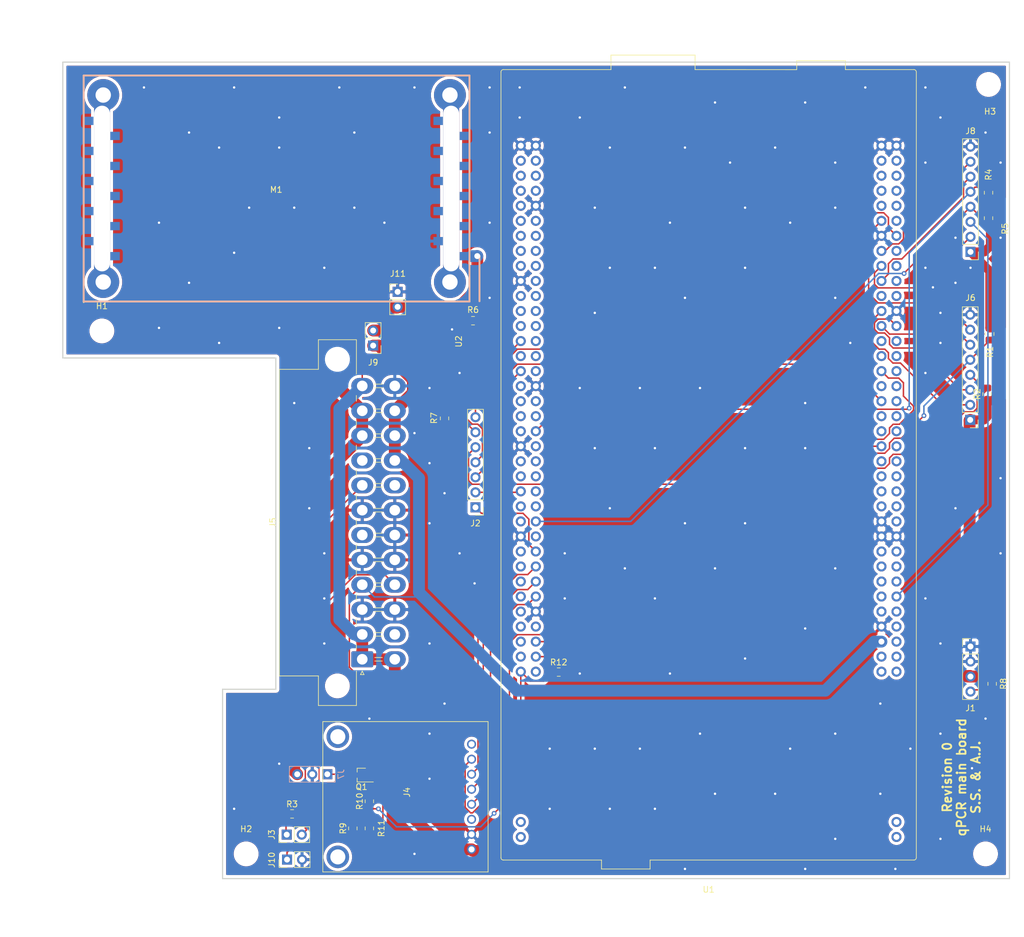
<source format=kicad_pcb>
(kicad_pcb (version 20171130) (host pcbnew 5.1.6-c6e7f7d~87~ubuntu18.04.1)
  (layers (0 F.Cu signal) (31 B.Cu signal) (34 B.Paste user) (35 F.Paste user) (36 B.SilkS user) (37 F.SilkS user) (38 B.Mask user) (39 F.Mask user) (44 Edge.Cuts user))
  (net 0 "")
  (net 1 "Net-(J1-Pad4)")
  (net 2 +3V3)
  (net 3 GNDREF)
  (net 4 /LED_GSCLK)
  (net 5 "Net-(J2-Pad6)")
  (net 6 /LED_BLANK)
  (net 7 /LED_XLAT)
  (net 8 /SPI2_SCLK)
  (net 9 /SPI2_MOSI)
  (net 10 /LED_VPRG)
  (net 11 +12V)
  (net 12 /SPI1_CS)
  (net 13 /SPI1_MOSI)
  (net 14 /SPI1_MISO)
  (net 15 /SPI1_CLK)
  (net 16 +5V)
  (net 17 /SYNB_1)
  (net 18 /RDYB_1)
  (net 19 /I2C1_D)
  (net 20 /I2C1_CL)
  (net 21 /RDYA_1)
  (net 22 /SYNA_1)
  (net 23 /SYNB_2)
  (net 24 /RDYB_2)
  (net 25 /I2C2_D)
  (net 26 /I2C2_CL)
  (net 27 /RDYA_2)
  (net 28 /SYNA_2)
  (net 29 "Net-(J9-Pad2)")
  (net 30 "Net-(R6-Pad2)")
  (net 31 /LD_SWITCH)
  (net 32 "Net-(J10-Pad1)")
  (net 33 "Net-(J3-Pad2)")
  (net 34 "Net-(J3-Pad1)")
  (net 35 /CTRL)
  (net 36 "Net-(Q1-Pad1)")
  (net 37 /CTRL_FAN)
  (module Connector_PinHeader_2.54mm:PinHeader_1x03_P2.54mm_Vertical (layer B.Cu) (at 107.188 141.478 90)
    (fp_text reference J7 (at 0 2.33 -90) (layer B.SilkS) (effects (justify mirror)))
    (fp_text value Conn_01x03_Female)
    (pad 3 thru_hole oval (at 0 -5.08 90) (size 1.7 1.7) (drill 1) (layers *.Cu *.Mask) (net 11 +12V))
    (pad 2 thru_hole oval (at 0 -2.54 90) (size 1.7 1.7) (drill 1) (layers *.Cu *.Mask) (net 3 GNDREF))
    (pad 1 thru_hole rect (at 0 0 90) (size 1.7 1.7) (drill 1) (layers *.Cu *.Mask) (net 35 /CTRL))
  )
  (module Connector_Molex:Molex_Mini-Fit_Jr_5569-24A1_2x12_P4.20mm_Horizontal (layer F.Cu) (at 113.0935 122.047 90)
    (fp_text reference J5 (at 23.1 -15.1 90) (layer F.SilkS))
    (fp_text value ATX-24)
    (pad "" np_thru_hole circle (at 50.7 -4.2 90) (size 3.2 3.2) (drill 3.2) (layers *.Cu *.Mask))
    (pad "" np_thru_hole circle (at -4.5 -4.2 90) (size 3.2 3.2) (drill 3.2) (layers *.Cu *.Mask))
    (pad 24 thru_hole oval (at 46.2 5.5 90) (size 2.7 3.7) (drill 1.8) (layers *.Cu *.Mask) (net 3 GNDREF))
    (pad 23 thru_hole oval (at 42 5.5 90) (size 2.7 3.7) (drill 1.8) (layers *.Cu *.Mask) (net 16 +5V))
    (pad 22 thru_hole oval (at 37.8 5.5 90) (size 2.7 3.7) (drill 1.8) (layers *.Cu *.Mask) (net 16 +5V))
    (pad 21 thru_hole oval (at 33.6 5.5 90) (size 2.7 3.7) (drill 1.8) (layers *.Cu *.Mask) (net 16 +5V))
    (pad 20 thru_hole oval (at 29.4 5.5 90) (size 2.7 3.7) (drill 1.8) (layers *.Cu *.Mask))
    (pad 19 thru_hole oval (at 25.2 5.5 90) (size 2.7 3.7) (drill 1.8) (layers *.Cu *.Mask) (net 3 GNDREF))
    (pad 18 thru_hole oval (at 21 5.5 90) (size 2.7 3.7) (drill 1.8) (layers *.Cu *.Mask) (net 3 GNDREF))
    (pad 17 thru_hole oval (at 16.8 5.5 90) (size 2.7 3.7) (drill 1.8) (layers *.Cu *.Mask) (net 3 GNDREF))
    (pad 16 thru_hole oval (at 12.6 5.5 90) (size 2.7 3.7) (drill 1.8) (layers *.Cu *.Mask) (net 32 "Net-(J10-Pad1)"))
    (pad 15 thru_hole oval (at 8.4 5.5 90) (size 2.7 3.7) (drill 1.8) (layers *.Cu *.Mask) (net 3 GNDREF))
    (pad 14 thru_hole oval (at 4.2 5.5 90) (size 2.7 3.7) (drill 1.8) (layers *.Cu *.Mask))
    (pad 13 thru_hole oval (at 0 5.5 90) (size 2.7 3.7) (drill 1.8) (layers *.Cu *.Mask) (net 2 +3V3))
    (pad 12 thru_hole oval (at 46.2 0 90) (size 2.7 3.7) (drill 1.8) (layers *.Cu *.Mask) (net 2 +3V3))
    (pad 11 thru_hole oval (at 42 0 90) (size 2.7 3.7) (drill 1.8) (layers *.Cu *.Mask) (net 11 +12V))
    (pad 10 thru_hole oval (at 37.8 0 90) (size 2.7 3.7) (drill 1.8) (layers *.Cu *.Mask) (net 11 +12V))
    (pad 9 thru_hole oval (at 33.6 0 90) (size 2.7 3.7) (drill 1.8) (layers *.Cu *.Mask))
    (pad 8 thru_hole oval (at 29.4 0 90) (size 2.7 3.7) (drill 1.8) (layers *.Cu *.Mask) (net 33 "Net-(J3-Pad2)"))
    (pad 7 thru_hole oval (at 25.2 0 90) (size 2.7 3.7) (drill 1.8) (layers *.Cu *.Mask) (net 3 GNDREF))
    (pad 6 thru_hole oval (at 21 0 90) (size 2.7 3.7) (drill 1.8) (layers *.Cu *.Mask))
    (pad 5 thru_hole oval (at 16.8 0 90) (size 2.7 3.7) (drill 1.8) (layers *.Cu *.Mask) (net 3 GNDREF))
    (pad 4 thru_hole oval (at 12.6 0 90) (size 2.7 3.7) (drill 1.8) (layers *.Cu *.Mask) (net 16 +5V))
    (pad 3 thru_hole oval (at 8.4 0 90) (size 2.7 3.7) (drill 1.8) (layers *.Cu *.Mask) (net 3 GNDREF))
    (pad 2 thru_hole oval (at 4.2 0 90) (size 2.7 3.7) (drill 1.8) (layers *.Cu *.Mask) (net 2 +3V3))
    (pad 1 thru_hole roundrect (at 0 0 90) (size 2.7 3.7) (drill 1.8) (layers *.Cu *.Mask) (roundrect_rratio 0.09259299999999999) (net 2 +3V3))
  )
  (module Resistor_SMD:R_0805_2012Metric_Pad1.15x1.40mm_HandSolder (layer F.Cu) (at 146.304 124.206)
    (fp_text reference R12 (at 0 -1.65) (layer F.SilkS))
    (fp_text value 20k)
    (pad 2 smd roundrect (at 1.025 0) (size 1.15 1.4) (layers F.Cu F.Paste F.Mask) (roundrect_rratio 0.217391) (net 3 GNDREF))
    (pad 1 smd roundrect (at -1.025 0) (size 1.15 1.4) (layers F.Cu F.Paste F.Mask) (roundrect_rratio 0.217391) (net 37 /CTRL_FAN))
  )
  (module Resistor_SMD:R_0805_2012Metric_Pad1.15x1.40mm_HandSolder (layer F.Cu) (at 114.3 150.631 90)
    (fp_text reference R11 (at 0 2.032 90) (layer F.SilkS))
    (fp_text value 10k)
    (pad 2 smd roundrect (at 1.025 0 90) (size 1.15 1.4) (layers F.Cu F.Paste F.Mask) (roundrect_rratio 0.217391) (net 37 /CTRL_FAN))
    (pad 1 smd roundrect (at -1.025 0 90) (size 1.15 1.4) (layers F.Cu F.Paste F.Mask) (roundrect_rratio 0.217391) (net 16 +5V))
  )
  (module Resistor_SMD:R_0805_2012Metric_Pad1.15x1.40mm_HandSolder (layer F.Cu) (at 114.3 146.05 90)
    (fp_text reference R10 (at 0 -1.65 90) (layer F.SilkS))
    (fp_text value "510 Ohm")
    (pad 2 smd roundrect (at 1.025 0 90) (size 1.15 1.4) (layers F.Cu F.Paste F.Mask) (roundrect_rratio 0.217391) (net 36 "Net-(Q1-Pad1)"))
    (pad 1 smd roundrect (at -1.025 0 90) (size 1.15 1.4) (layers F.Cu F.Paste F.Mask) (roundrect_rratio 0.217391) (net 37 /CTRL_FAN))
  )
  (module Resistor_SMD:R_0805_2012Metric_Pad1.15x1.40mm_HandSolder (layer F.Cu) (at 111.506 150.631 90)
    (fp_text reference R9 (at 0 -1.65 90) (layer F.SilkS))
    (fp_text value 10k)
    (pad 2 smd roundrect (at 1.025 0 90) (size 1.15 1.4) (layers F.Cu F.Paste F.Mask) (roundrect_rratio 0.217391) (net 35 /CTRL))
    (pad 1 smd roundrect (at -1.025 0 90) (size 1.15 1.4) (layers F.Cu F.Paste F.Mask) (roundrect_rratio 0.217391) (net 16 +5V))
  )
  (module Resistor_SMD:R_0805_2012Metric_Pad1.15x1.40mm_HandSolder (layer F.Cu) (at 218.948 47.489 90)
    (fp_text reference R5 (at -1.787 2.794 90) (layer F.SilkS))
    (fp_text value 4k7)
    (pad 2 smd roundrect (at 1.025 0 90) (size 1.15 1.4) (layers F.Cu F.Paste F.Mask) (roundrect_rratio 0.217391) (net 26 /I2C2_CL))
    (pad 1 smd roundrect (at -1.025 0 90) (size 1.15 1.4) (layers F.Cu F.Paste F.Mask) (roundrect_rratio 0.217391) (net 2 +3V3))
  )
  (module Resistor_SMD:R_0805_2012Metric_Pad1.15x1.40mm_HandSolder (layer F.Cu) (at 218.948 43.189 90)
    (fp_text reference R4 (at 3.057 0 90) (layer F.SilkS))
    (fp_text value 4k7)
    (pad 2 smd roundrect (at 1.025 0 90) (size 1.15 1.4) (layers F.Cu F.Paste F.Mask) (roundrect_rratio 0.217391) (net 25 /I2C2_D))
    (pad 1 smd roundrect (at -1.025 0 90) (size 1.15 1.4) (layers F.Cu F.Paste F.Mask) (roundrect_rratio 0.217391) (net 2 +3V3))
  )
  (module Resistor_SMD:R_0805_2012Metric_Pad1.15x1.40mm_HandSolder (layer F.Cu) (at 218.694 77.225 90)
    (fp_text reference R2 (at 0 -1.65 90) (layer F.SilkS))
    (fp_text value 4k7)
    (pad 2 smd roundrect (at 1.025 0 90) (size 1.15 1.4) (layers F.Cu F.Paste F.Mask) (roundrect_rratio 0.217391) (net 20 /I2C1_CL))
    (pad 1 smd roundrect (at -1.025 0 90) (size 1.15 1.4) (layers F.Cu F.Paste F.Mask) (roundrect_rratio 0.217391) (net 2 +3V3))
  )
  (module Package_TO_SOT_SMD:SOT-323_SC-70_Handsoldering (layer F.Cu) (at 112.97 141.62 180)
    (fp_text reference Q1 (at 0 -2) (layer F.SilkS))
    (fp_text value Q_NMOS_GSD)
    (pad 3 smd rect (at 1.33 0 90) (size 0.45 1.5) (layers F.Cu F.Paste F.Mask) (net 35 /CTRL))
    (pad 2 smd rect (at -1.33 0.65 90) (size 0.45 1.5) (layers F.Cu F.Paste F.Mask) (net 3 GNDREF))
    (pad 1 smd rect (at -1.33 -0.65 90) (size 0.45 1.5) (layers F.Cu F.Paste F.Mask) (net 36 "Net-(Q1-Pad1)"))
  )
  (module MountingHole:MountingHole_3.2mm_M3 (layer F.Cu) (at 218.44 154.94)
    (fp_text reference H4 (at 0 -4.2) (layer F.SilkS))
    (fp_text value MountingHole)
    (pad 1 np_thru_hole circle (at 0 0) (size 3.2 3.2) (drill 3.2) (layers *.Cu *.Mask))
  )
  (module MountingHole:MountingHole_3.2mm_M3 (layer F.Cu) (at 218.948 24.892)
    (fp_text reference H3 (at 0.254 4.572) (layer F.SilkS))
    (fp_text value MountingHole)
    (pad 1 np_thru_hole circle (at 0 0) (size 3.2 3.2) (drill 3.2) (layers *.Cu *.Mask))
  )
  (module MountingHole:MountingHole_3.2mm_M3 (layer F.Cu) (at 93.472 154.94)
    (fp_text reference H2 (at 0 -4.2) (layer F.SilkS))
    (fp_text value MountingHole)
    (pad 1 np_thru_hole circle (at 0 0) (size 3.2 3.2) (drill 3.2) (layers *.Cu *.Mask))
  )
  (module MountingHole:MountingHole_3.2mm_M3 (layer F.Cu) (at 69.088 66.548)
    (fp_text reference H1 (at 0 -4.2) (layer F.SilkS))
    (fp_text value MountingHole)
    (pad 1 np_thru_hole circle (at 0 0) (size 3.2 3.2) (drill 3.2) (layers *.Cu *.Mask))
  )
  (module Module:ST_Morpho_Connector_144_STLink (layer F.Cu) (at 203.3905 124.1425 180)
    (fp_text reference U1 (at 31.75 -36.83) (layer F.SilkS))
    (fp_text value NUCLEO144-F207ZG)
    (pad 148 thru_hole circle (at 63.5 -25.4 180) (size 1.7 1.7) (drill 1) (layers *.Cu *.Mask))
    (pad 147 thru_hole circle (at 63.5 -27.94 180) (size 1.7 1.7) (drill 1) (layers *.Cu *.Mask))
    (pad 146 thru_hole circle (at 0 -25.4 180) (size 1.7 1.7) (drill 1) (layers *.Cu *.Mask))
    (pad 145 thru_hole circle (at 0 -27.94 180) (size 1.7 1.7) (drill 1) (layers *.Cu *.Mask))
    (pad 144 thru_hole circle (at 63.5 88.9 180) (size 1.7 1.7) (drill 1) (layers *.Cu *.Mask) (net 3 GNDREF))
    (pad 143 thru_hole circle (at 60.96 88.9 180) (size 1.7 1.7) (drill 1) (layers *.Cu *.Mask) (net 3 GNDREF))
    (pad 142 thru_hole circle (at 63.5 86.36 180) (size 1.7 1.7) (drill 1) (layers *.Cu *.Mask))
    (pad 141 thru_hole circle (at 60.96 86.36 180) (size 1.7 1.7) (drill 1) (layers *.Cu *.Mask))
    (pad 140 thru_hole circle (at 63.5 83.82 180) (size 1.7 1.7) (drill 1) (layers *.Cu *.Mask))
    (pad 139 thru_hole circle (at 60.96 83.82 180) (size 1.7 1.7) (drill 1) (layers *.Cu *.Mask))
    (pad 138 thru_hole circle (at 63.5 81.28 180) (size 1.7 1.7) (drill 1) (layers *.Cu *.Mask))
    (pad 137 thru_hole circle (at 60.96 81.28 180) (size 1.7 1.7) (drill 1) (layers *.Cu *.Mask))
    (pad 136 thru_hole circle (at 63.5 78.74 180) (size 1.7 1.7) (drill 1) (layers *.Cu *.Mask))
    (pad 135 thru_hole circle (at 60.96 78.74 180) (size 1.7 1.7) (drill 1) (layers *.Cu *.Mask) (net 3 GNDREF))
    (pad 134 thru_hole circle (at 63.5 76.2 180) (size 1.7 1.7) (drill 1) (layers *.Cu *.Mask))
    (pad 133 thru_hole circle (at 60.96 76.2 180) (size 1.7 1.7) (drill 1) (layers *.Cu *.Mask))
    (pad 132 thru_hole circle (at 63.5 73.66 180) (size 1.7 1.7) (drill 1) (layers *.Cu *.Mask))
    (pad 131 thru_hole circle (at 60.96 73.66 180) (size 1.7 1.7) (drill 1) (layers *.Cu *.Mask))
    (pad 130 thru_hole circle (at 63.5 71.12 180) (size 1.7 1.7) (drill 1) (layers *.Cu *.Mask))
    (pad 129 thru_hole circle (at 60.96 71.12 180) (size 1.7 1.7) (drill 1) (layers *.Cu *.Mask))
    (pad 128 thru_hole circle (at 63.5 68.58 180) (size 1.7 1.7) (drill 1) (layers *.Cu *.Mask))
    (pad 127 thru_hole circle (at 60.96 68.58 180) (size 1.7 1.7) (drill 1) (layers *.Cu *.Mask))
    (pad 126 thru_hole circle (at 63.5 66.04 180) (size 1.7 1.7) (drill 1) (layers *.Cu *.Mask) (net 3 GNDREF))
    (pad 125 thru_hole circle (at 60.96 66.04 180) (size 1.7 1.7) (drill 1) (layers *.Cu *.Mask))
    (pad 124 thru_hole circle (at 63.5 63.5 180) (size 1.7 1.7) (drill 1) (layers *.Cu *.Mask))
    (pad 123 thru_hole circle (at 60.96 63.5 180) (size 1.7 1.7) (drill 1) (layers *.Cu *.Mask))
    (pad 122 thru_hole circle (at 63.5 60.96 180) (size 1.7 1.7) (drill 1) (layers *.Cu *.Mask))
    (pad 121 thru_hole circle (at 60.96 60.96 180) (size 1.7 1.7) (drill 1) (layers *.Cu *.Mask))
    (pad 120 thru_hole circle (at 63.5 58.42 180) (size 1.7 1.7) (drill 1) (layers *.Cu *.Mask))
    (pad 119 thru_hole circle (at 60.96 58.42 180) (size 1.7 1.7) (drill 1) (layers *.Cu *.Mask))
    (pad 118 thru_hole circle (at 63.5 55.88 180) (size 1.7 1.7) (drill 1) (layers *.Cu *.Mask) (net 31 /LD_SWITCH))
    (pad 117 thru_hole circle (at 60.96 55.88 180) (size 1.7 1.7) (drill 1) (layers *.Cu *.Mask))
    (pad 116 thru_hole circle (at 63.5 53.34 180) (size 1.7 1.7) (drill 1) (layers *.Cu *.Mask))
    (pad 115 thru_hole circle (at 60.96 53.34 180) (size 1.7 1.7) (drill 1) (layers *.Cu *.Mask))
    (pad 114 thru_hole circle (at 63.5 50.8 180) (size 1.7 1.7) (drill 1) (layers *.Cu *.Mask) (net 8 /SPI2_SCLK))
    (pad 113 thru_hole circle (at 60.96 50.8 180) (size 1.7 1.7) (drill 1) (layers *.Cu *.Mask))
    (pad 112 thru_hole circle (at 63.5 48.26 180) (size 1.7 1.7) (drill 1) (layers *.Cu *.Mask))
    (pad 111 thru_hole circle (at 60.96 48.26 180) (size 1.7 1.7) (drill 1) (layers *.Cu *.Mask) (net 3 GNDREF))
    (pad 110 thru_hole circle (at 63.5 45.72 180) (size 1.7 1.7) (drill 1) (layers *.Cu *.Mask))
    (pad 109 thru_hole circle (at 60.96 45.72 180) (size 1.7 1.7) (drill 1) (layers *.Cu *.Mask))
    (pad 108 thru_hole circle (at 63.5 43.18 180) (size 1.7 1.7) (drill 1) (layers *.Cu *.Mask))
    (pad 107 thru_hole circle (at 60.96 43.18 180) (size 1.7 1.7) (drill 1) (layers *.Cu *.Mask))
    (pad 106 thru_hole circle (at 63.5 40.64 180) (size 1.7 1.7) (drill 1) (layers *.Cu *.Mask))
    (pad 105 thru_hole circle (at 60.96 40.64 180) (size 1.7 1.7) (drill 1) (layers *.Cu *.Mask) (net 25 /I2C2_D))
    (pad 104 thru_hole circle (at 63.5 38.1 180) (size 1.7 1.7) (drill 1) (layers *.Cu *.Mask) (net 3 GNDREF))
    (pad 103 thru_hole circle (at 60.96 38.1 180) (size 1.7 1.7) (drill 1) (layers *.Cu *.Mask))
    (pad 102 thru_hole circle (at 63.5 35.56 180) (size 1.7 1.7) (drill 1) (layers *.Cu *.Mask))
    (pad 101 thru_hole circle (at 60.96 35.56 180) (size 1.7 1.7) (drill 1) (layers *.Cu *.Mask))
    (pad 100 thru_hole circle (at 63.5 33.02 180) (size 1.7 1.7) (drill 1) (layers *.Cu *.Mask))
    (pad 99 thru_hole circle (at 60.96 33.02 180) (size 1.7 1.7) (drill 1) (layers *.Cu *.Mask))
    (pad 98 thru_hole circle (at 63.5 30.48 180) (size 1.7 1.7) (drill 1) (layers *.Cu *.Mask) (net 9 /SPI2_MOSI))
    (pad 97 thru_hole circle (at 60.96 30.48 180) (size 1.7 1.7) (drill 1) (layers *.Cu *.Mask))
    (pad 96 thru_hole circle (at 63.5 27.94 180) (size 1.7 1.7) (drill 1) (layers *.Cu *.Mask))
    (pad 95 thru_hole circle (at 60.96 27.94 180) (size 1.7 1.7) (drill 1) (layers *.Cu *.Mask))
    (pad 94 thru_hole circle (at 63.5 25.4 180) (size 1.7 1.7) (drill 1) (layers *.Cu *.Mask))
    (pad 93 thru_hole circle (at 60.96 25.4 180) (size 1.7 1.7) (drill 1) (layers *.Cu *.Mask) (net 26 /I2C2_CL))
    (pad 92 thru_hole circle (at 63.5 22.86 180) (size 1.7 1.7) (drill 1) (layers *.Cu *.Mask) (net 3 GNDREF))
    (pad 91 thru_hole circle (at 60.96 22.86 180) (size 1.7 1.7) (drill 1) (layers *.Cu *.Mask))
    (pad 90 thru_hole circle (at 63.5 20.32 180) (size 1.7 1.7) (drill 1) (layers *.Cu *.Mask))
    (pad 89 thru_hole circle (at 60.96 20.32 180) (size 1.7 1.7) (drill 1) (layers *.Cu *.Mask) (net 10 /LED_VPRG))
    (pad 88 thru_hole circle (at 63.5 17.78 180) (size 1.7 1.7) (drill 1) (layers *.Cu *.Mask))
    (pad 87 thru_hole circle (at 60.96 17.78 180) (size 1.7 1.7) (drill 1) (layers *.Cu *.Mask) (net 13 /SPI1_MOSI))
    (pad 86 thru_hole circle (at 63.5 15.24 180) (size 1.7 1.7) (drill 1) (layers *.Cu *.Mask))
    (pad 85 thru_hole circle (at 60.96 15.24 180) (size 1.7 1.7) (drill 1) (layers *.Cu *.Mask) (net 14 /SPI1_MISO))
    (pad 84 thru_hole circle (at 63.5 12.7 180) (size 1.7 1.7) (drill 1) (layers *.Cu *.Mask))
    (pad 83 thru_hole circle (at 60.96 12.7 180) (size 1.7 1.7) (drill 1) (layers *.Cu *.Mask) (net 15 /SPI1_CLK))
    (pad 82 thru_hole circle (at 63.5 10.16 180) (size 1.7 1.7) (drill 1) (layers *.Cu *.Mask))
    (pad 81 thru_hole circle (at 60.96 10.16 180) (size 1.7 1.7) (drill 1) (layers *.Cu *.Mask) (net 3 GNDREF))
    (pad 80 thru_hole circle (at 63.5 7.62 180) (size 1.7 1.7) (drill 1) (layers *.Cu *.Mask))
    (pad 79 thru_hole circle (at 60.96 7.62 180) (size 1.7 1.7) (drill 1) (layers *.Cu *.Mask))
    (pad 78 thru_hole circle (at 63.5 5.08 180) (size 1.7 1.7) (drill 1) (layers *.Cu *.Mask))
    (pad 77 thru_hole circle (at 60.96 5.08 180) (size 1.7 1.7) (drill 1) (layers *.Cu *.Mask) (net 19 /I2C1_D))
    (pad 76 thru_hole circle (at 63.5 2.54 180) (size 1.7 1.7) (drill 1) (layers *.Cu *.Mask))
    (pad 75 thru_hole circle (at 60.96 2.54 180) (size 1.7 1.7) (drill 1) (layers *.Cu *.Mask) (net 20 /I2C1_CL))
    (pad 74 thru_hole circle (at 63.5 0 180) (size 1.7 1.7) (drill 1) (layers *.Cu *.Mask) (net 37 /CTRL_FAN))
    (pad 73 thru_hole circle (at 60.96 0 180) (size 1.7 1.7) (drill 1) (layers *.Cu *.Mask))
    (pad 72 thru_hole circle (at 2.54 88.9 180) (size 1.7 1.7) (drill 1) (layers *.Cu *.Mask) (net 3 GNDREF))
    (pad 71 thru_hole circle (at 0 88.9 180) (size 1.7 1.7) (drill 1) (layers *.Cu *.Mask) (net 3 GNDREF))
    (pad 70 thru_hole circle (at 2.54 86.36 180) (size 1.7 1.7) (drill 1) (layers *.Cu *.Mask))
    (pad 69 thru_hole circle (at 0 86.36 180) (size 1.7 1.7) (drill 1) (layers *.Cu *.Mask))
    (pad 68 thru_hole circle (at 2.54 83.82 180) (size 1.7 1.7) (drill 1) (layers *.Cu *.Mask))
    (pad 67 thru_hole circle (at 0 83.82 180) (size 1.7 1.7) (drill 1) (layers *.Cu *.Mask))
    (pad 66 thru_hole circle (at 2.54 81.28 180) (size 1.7 1.7) (drill 1) (layers *.Cu *.Mask))
    (pad 65 thru_hole circle (at 0 81.28 180) (size 1.7 1.7) (drill 1) (layers *.Cu *.Mask))
    (pad 64 thru_hole circle (at 2.54 78.74 180) (size 1.7 1.7) (drill 1) (layers *.Cu *.Mask))
    (pad 63 thru_hole circle (at 0 78.74 180) (size 1.7 1.7) (drill 1) (layers *.Cu *.Mask))
    (pad 62 thru_hole circle (at 2.54 76.2 180) (size 1.7 1.7) (drill 1) (layers *.Cu *.Mask) (net 17 /SYNB_1))
    (pad 61 thru_hole circle (at 0 76.2 180) (size 1.7 1.7) (drill 1) (layers *.Cu *.Mask))
    (pad 60 thru_hole circle (at 2.54 73.66 180) (size 1.7 1.7) (drill 1) (layers *.Cu *.Mask) (net 3 GNDREF))
    (pad 59 thru_hole circle (at 0 73.66 180) (size 1.7 1.7) (drill 1) (layers *.Cu *.Mask) (net 7 /LED_XLAT))
    (pad 58 thru_hole circle (at 2.54 71.12 180) (size 1.7 1.7) (drill 1) (layers *.Cu *.Mask) (net 23 /SYNB_2))
    (pad 57 thru_hole circle (at 0 71.12 180) (size 1.7 1.7) (drill 1) (layers *.Cu *.Mask))
    (pad 56 thru_hole circle (at 2.54 68.58 180) (size 1.7 1.7) (drill 1) (layers *.Cu *.Mask) (net 28 /SYNA_2))
    (pad 55 thru_hole circle (at 0 68.58 180) (size 1.7 1.7) (drill 1) (layers *.Cu *.Mask))
    (pad 54 thru_hole circle (at 2.54 66.04 180) (size 1.7 1.7) (drill 1) (layers *.Cu *.Mask) (net 24 /RDYB_2))
    (pad 53 thru_hole circle (at 0 66.04 180) (size 1.7 1.7) (drill 1) (layers *.Cu *.Mask))
    (pad 52 thru_hole circle (at 2.54 63.5 180) (size 1.7 1.7) (drill 1) (layers *.Cu *.Mask))
    (pad 51 thru_hole circle (at 0 63.5 180) (size 1.7 1.7) (drill 1) (layers *.Cu *.Mask))
    (pad 50 thru_hole circle (at 2.54 60.96 180) (size 1.7 1.7) (drill 1) (layers *.Cu *.Mask) (net 22 /SYNA_1))
    (pad 49 thru_hole circle (at 0 60.96 180) (size 1.7 1.7) (drill 1) (layers *.Cu *.Mask) (net 3 GNDREF))
    (pad 48 thru_hole circle (at 2.54 58.42 180) (size 1.7 1.7) (drill 1) (layers *.Cu *.Mask) (net 18 /RDYB_1))
    (pad 47 thru_hole circle (at 0 58.42 180) (size 1.7 1.7) (drill 1) (layers *.Cu *.Mask) (net 21 /RDYA_1))
    (pad 46 thru_hole circle (at 2.54 55.88 180) (size 1.7 1.7) (drill 1) (layers *.Cu *.Mask))
    (pad 45 thru_hole circle (at 0 55.88 180) (size 1.7 1.7) (drill 1) (layers *.Cu *.Mask))
    (pad 44 thru_hole circle (at 2.54 53.34 180) (size 1.7 1.7) (drill 1) (layers *.Cu *.Mask))
    (pad 43 thru_hole circle (at 0 53.34 180) (size 1.7 1.7) (drill 1) (layers *.Cu *.Mask))
    (pad 42 thru_hole circle (at 2.54 50.8 180) (size 1.7 1.7) (drill 1) (layers *.Cu *.Mask) (net 6 /LED_BLANK))
    (pad 41 thru_hole circle (at 0 50.8 180) (size 1.7 1.7) (drill 1) (layers *.Cu *.Mask))
    (pad 40 thru_hole circle (at 2.54 48.26 180) (size 1.7 1.7) (drill 1) (layers *.Cu *.Mask))
    (pad 39 thru_hole circle (at 0 48.26 180) (size 1.7 1.7) (drill 1) (layers *.Cu *.Mask))
    (pad 38 thru_hole circle (at 2.54 45.72 180) (size 1.7 1.7) (drill 1) (layers *.Cu *.Mask) (net 4 /LED_GSCLK))
    (pad 37 thru_hole circle (at 0 45.72 180) (size 1.7 1.7) (drill 1) (layers *.Cu *.Mask))
    (pad 36 thru_hole circle (at 2.54 43.18 180) (size 1.7 1.7) (drill 1) (layers *.Cu *.Mask))
    (pad 35 thru_hole circle (at 0 43.18 180) (size 1.7 1.7) (drill 1) (layers *.Cu *.Mask))
    (pad 34 thru_hole circle (at 2.54 40.64 180) (size 1.7 1.7) (drill 1) (layers *.Cu *.Mask))
    (pad 33 thru_hole circle (at 0 40.64 180) (size 1.7 1.7) (drill 1) (layers *.Cu *.Mask))
    (pad 32 thru_hole circle (at 2.54 38.1 180) (size 1.7 1.7) (drill 1) (layers *.Cu *.Mask) (net 12 /SPI1_CS))
    (pad 31 thru_hole circle (at 0 38.1 180) (size 1.7 1.7) (drill 1) (layers *.Cu *.Mask))
    (pad 30 thru_hole circle (at 2.54 35.56 180) (size 1.7 1.7) (drill 1) (layers *.Cu *.Mask))
    (pad 29 thru_hole circle (at 0 35.56 180) (size 1.7 1.7) (drill 1) (layers *.Cu *.Mask))
    (pad 28 thru_hole circle (at 2.54 33.02 180) (size 1.7 1.7) (drill 1) (layers *.Cu *.Mask))
    (pad 27 thru_hole circle (at 0 33.02 180) (size 1.7 1.7) (drill 1) (layers *.Cu *.Mask))
    (pad 26 thru_hole circle (at 2.54 30.48 180) (size 1.7 1.7) (drill 1) (layers *.Cu *.Mask))
    (pad 25 thru_hole circle (at 0 30.48 180) (size 1.7 1.7) (drill 1) (layers *.Cu *.Mask))
    (pad 24 thru_hole circle (at 2.54 27.94 180) (size 1.7 1.7) (drill 1) (layers *.Cu *.Mask))
    (pad 23 thru_hole circle (at 0 27.94 180) (size 1.7 1.7) (drill 1) (layers *.Cu *.Mask))
    (pad 22 thru_hole circle (at 2.54 25.4 180) (size 1.7 1.7) (drill 1) (layers *.Cu *.Mask) (net 3 GNDREF))
    (pad 21 thru_hole circle (at 0 25.4 180) (size 1.7 1.7) (drill 1) (layers *.Cu *.Mask))
    (pad 20 thru_hole circle (at 2.54 22.86 180) (size 1.7 1.7) (drill 1) (layers *.Cu *.Mask) (net 3 GNDREF))
    (pad 19 thru_hole circle (at 0 22.86 180) (size 1.7 1.7) (drill 1) (layers *.Cu *.Mask) (net 3 GNDREF))
    (pad 18 thru_hole circle (at 2.54 20.32 180) (size 1.7 1.7) (drill 1) (layers *.Cu *.Mask))
    (pad 17 thru_hole circle (at 0 20.32 180) (size 1.7 1.7) (drill 1) (layers *.Cu *.Mask))
    (pad 16 thru_hole circle (at 2.54 17.78 180) (size 1.7 1.7) (drill 1) (layers *.Cu *.Mask))
    (pad 15 thru_hole circle (at 0 17.78 180) (size 1.7 1.7) (drill 1) (layers *.Cu *.Mask))
    (pad 14 thru_hole circle (at 2.54 15.24 180) (size 1.7 1.7) (drill 1) (layers *.Cu *.Mask))
    (pad 13 thru_hole circle (at 0 15.24 180) (size 1.7 1.7) (drill 1) (layers *.Cu *.Mask))
    (pad 12 thru_hole circle (at 2.54 12.7 180) (size 1.7 1.7) (drill 1) (layers *.Cu *.Mask))
    (pad 11 thru_hole circle (at 0 12.7 180) (size 1.7 1.7) (drill 1) (layers *.Cu *.Mask) (net 27 /RDYA_2))
    (pad 10 thru_hole circle (at 2.54 10.16 180) (size 1.7 1.7) (drill 1) (layers *.Cu *.Mask))
    (pad 9 thru_hole circle (at 0 10.16 180) (size 1.7 1.7) (drill 1) (layers *.Cu *.Mask))
    (pad 8 thru_hole circle (at 2.54 7.62 180) (size 1.7 1.7) (drill 1) (layers *.Cu *.Mask) (net 3 GNDREF))
    (pad 7 thru_hole circle (at 0 7.62 180) (size 1.7 1.7) (drill 1) (layers *.Cu *.Mask))
    (pad 6 thru_hole circle (at 2.54 5.08 180) (size 1.7 1.7) (drill 1) (layers *.Cu *.Mask) (net 16 +5V))
    (pad 5 thru_hole circle (at 0 5.08 180) (size 1.7 1.7) (drill 1) (layers *.Cu *.Mask))
    (pad 4 thru_hole circle (at 2.54 2.54 180) (size 1.7 1.7) (drill 1) (layers *.Cu *.Mask))
    (pad 3 thru_hole circle (at 0 2.54 180) (size 1.7 1.7) (drill 1) (layers *.Cu *.Mask))
    (pad 2 thru_hole circle (at 2.54 0 180) (size 1.7 1.7) (drill 1) (layers *.Cu *.Mask))
    (pad 1 thru_hole circle (at 0 0 180) (size 1.7 1.7) (drill 1) (layers *.Cu *.Mask))
  )
  (module lib_fp:MAX31865 (layer F.Cu) (at 118.872 145.288 90)
    (fp_text reference J4 (at 0.762 1.778 90) (layer F.SilkS))
    (fp_text value MAX31865)
    (pad 1 thru_hole circle (at -8.89 12.7 90) (size 1.524 1.524) (drill 1.016) (layers *.Cu *.Mask) (net 2 +3V3))
    (pad 2 thru_hole circle (at -6.35 12.7 90) (size 1.524 1.524) (drill 1.016) (layers *.Cu *.Mask) (net 3 GNDREF))
    (pad 3 thru_hole circle (at -3.81 12.7 90) (size 1.524 1.524) (drill 1.016) (layers *.Cu *.Mask))
    (pad 4 thru_hole circle (at -1.27 12.7 90) (size 1.524 1.524) (drill 1.016) (layers *.Cu *.Mask) (net 15 /SPI1_CLK))
    (pad 5 thru_hole circle (at 1.27 12.7 90) (size 1.524 1.524) (drill 1.016) (layers *.Cu *.Mask) (net 14 /SPI1_MISO))
    (pad 8 thru_hole circle (at 8.89 12.7 90) (size 1.524 1.524) (drill 1.016) (layers *.Cu *.Mask))
    (pad 7 thru_hole circle (at 6.35 12.7 90) (size 1.524 1.524) (drill 1.016) (layers *.Cu *.Mask) (net 12 /SPI1_CS))
    (pad 6 thru_hole circle (at 3.81 12.7 90) (size 1.524 1.524) (drill 1.016) (layers *.Cu *.Mask) (net 13 /SPI1_MOSI))
    (pad "" thru_hole circle (at 10.16 -9.906 90) (size 3.81 3.81) (drill 2.54) (layers *.Cu *.Mask))
    (pad "" thru_hole circle (at -10.16 -9.906 90) (size 3.81 3.81) (drill 2.54) (layers *.Cu *.Mask))
  )
  (module lib_fp:TEC-1091_alternate_pads (layer F.Cu) (at 98.6155 42.4815 180)
    (fp_text reference M1 (at 0.0635 -0.1905) (layer F.SilkS))
    (fp_text value TEC-1091)
    (pad "" np_thru_hole rect (at -29.5 0 180) (size 2.7 28) (drill oval 2.7 28) (layers *.Cu *.Mask))
    (pad "" np_thru_hole rect (at 29.5 0 180) (size 2.7 28) (drill oval 2.7 28) (layers *.Cu *.Mask))
    (pad "" thru_hole circle (at -29.3 -15.8 180) (size 5.4 5.4) (drill 2.6) (layers *.Cu *.Mask))
    (pad "" thru_hole circle (at -29.3 15.8 180) (size 5.4 5.4) (drill 2.6) (layers *.Cu *.Mask))
    (pad "" thru_hole circle (at 29.3 15.8 180) (size 5.4 5.4) (drill 2.6) (layers *.Cu *.Mask))
    (pad "" thru_hole circle (at 29.3 -15.8 180) (size 5.4 5.4) (drill 2.6) (layers *.Cu *.Mask))
    (pad 1 smd rect (at -31.75 -11.43 180) (size 1.6 1.4) (layers B.Cu B.Paste B.Mask) (net 11 +12V))
    (pad 2 smd rect (at -27.305 -8.89 180) (size 1.6 1.4) (layers B.Cu B.Paste B.Mask) (net 3 GNDREF))
    (pad 3 smd rect (at -31.75 -6.35 180) (size 1.6 1.4) (layers B.Cu B.Paste B.Mask))
    (pad 4 smd rect (at -27.305 -3.81 180) (size 1.6 1.4) (layers B.Cu B.Paste B.Mask))
    (pad 5 smd rect (at -31.75 -1.27 180) (size 1.6 1.4) (layers B.Cu B.Paste B.Mask))
    (pad 6 smd rect (at -27.305 1.27 180) (size 1.6 1.4) (layers B.Cu B.Paste B.Mask))
    (pad 7 smd rect (at -31.75 3.81 180) (size 1.6 1.4) (layers B.Cu B.Paste B.Mask))
    (pad 8 smd rect (at -27.305 6.35 180) (size 1.6 1.4) (layers B.Cu B.Paste B.Mask))
    (pad 9 smd rect (at -31.75 8.89 180) (size 1.6 1.4) (layers B.Cu B.Paste B.Mask))
    (pad 10 smd rect (at -27.305 11.43 180) (size 1.6 1.4) (layers B.Cu B.Paste B.Mask))
    (pad 11 smd rect (at 31.75 11.43 180) (size 1.6 1.4) (layers B.Cu B.Paste B.Mask))
    (pad 12 smd rect (at 27.305 8.89 180) (size 1.6 1.4) (layers B.Cu B.Paste B.Mask))
    (pad 13 smd rect (at 31.75 6.35 180) (size 1.6 1.4) (layers B.Cu B.Paste B.Mask))
    (pad 14 smd rect (at 27.305 3.81 180) (size 1.6 1.4) (layers B.Cu B.Paste B.Mask))
    (pad 15 smd rect (at 31.75 1.27 180) (size 1.6 1.4) (layers B.Cu B.Paste B.Mask))
    (pad 16 smd rect (at 27.305 -1.27 180) (size 1.6 1.4) (layers B.Cu B.Paste B.Mask))
    (pad 17 smd rect (at 31.75 -3.81 180) (size 1.6 1.4) (layers B.Cu B.Paste B.Mask))
    (pad 18 smd rect (at 27.305 -6.35 180) (size 1.6 1.4) (layers B.Cu B.Paste B.Mask))
    (pad 19 smd rect (at 31.75 -8.89 180) (size 1.6 1.4) (layers B.Cu B.Paste B.Mask))
    (pad 20 smd rect (at 27.305 -11.43 180) (size 1.6 1.4) (layers B.Cu B.Paste B.Mask))
  )
  (module Connector_PinHeader_2.54mm:PinHeader_1x02_P2.54mm_Vertical (layer F.Cu) (at 119.0752 59.944)
    (fp_text reference J11 (at 0.0508 -3.0734) (layer F.SilkS))
    (fp_text value Conn_Peltier_module)
    (pad 2 thru_hole oval (at 0 2.54) (size 1.7 1.7) (drill 1) (layers *.Cu *.Mask) (net 11 +12V))
    (pad 1 thru_hole rect (at 0 0) (size 1.7 1.7) (drill 1) (layers *.Cu *.Mask) (net 3 GNDREF))
  )
  (module Connector_PinHeader_2.54mm:PinHeader_1x02_P2.54mm_Vertical (layer F.Cu) (at 100.33 151.6888 90)
    (fp_text reference J3 (at 0 -2.54 90) (layer F.SilkS))
    (fp_text value Conn_01x02_Male)
    (pad 2 thru_hole oval (at 0 2.54 90) (size 1.7 1.7) (drill 1) (layers *.Cu *.Mask) (net 33 "Net-(J3-Pad2)"))
    (pad 1 thru_hole rect (at 0 0 90) (size 1.7 1.7) (drill 1) (layers *.Cu *.Mask) (net 34 "Net-(J3-Pad1)"))
  )
  (module Connector_PinHeader_2.54mm:PinHeader_1x02_P2.54mm_Vertical (layer F.Cu) (at 100.3808 155.9052 90)
    (fp_text reference J10 (at -0.0508 -2.5908 90) (layer F.SilkS))
    (fp_text value Conn_01x02_Male)
    (pad 2 thru_hole oval (at 0 2.54 90) (size 1.7 1.7) (drill 1) (layers *.Cu *.Mask) (net 3 GNDREF))
    (pad 1 thru_hole rect (at 0 0 90) (size 1.7 1.7) (drill 1) (layers *.Cu *.Mask) (net 32 "Net-(J10-Pad1)"))
  )
  (module lib_fp:G3VM-31DR (layer F.Cu) (at 128.524 68.326 90)
    (fp_text reference U2 (at 0 0.881 90) (layer F.SilkS))
    (fp_text value G3VM-31DR)
    (pad 3 smd rect (at 1.27 -3.937 90) (size 1.5 1.3) (layers F.Cu F.Paste F.Mask) (net 3 GNDREF))
    (pad 4 smd rect (at -1.27 -3.937 90) (size 1.5 1.3) (layers F.Cu F.Paste F.Mask) (net 29 "Net-(J9-Pad2)"))
    (pad 2 smd rect (at 1.27 4.445 90) (size 1.5 1.3) (layers F.Cu F.Paste F.Mask) (net 30 "Net-(R6-Pad2)"))
    (pad 1 smd rect (at -1.27 4.445 90) (size 1.5 1.3) (layers F.Cu F.Paste F.Mask) (net 31 /LD_SWITCH))
  )
  (module Resistor_SMD:R_0805_2012Metric_Pad1.15x1.40mm_HandSolder (layer F.Cu) (at 219.5576 126.1962 90)
    (fp_text reference R8 (at 0 1.9304 90) (layer F.SilkS))
    (fp_text value R)
    (pad 2 smd roundrect (at 1.025 0 90) (size 1.15 1.4) (layers F.Cu F.Paste F.Mask) (roundrect_rratio 0.217391) (net 2 +3V3))
    (pad 1 smd roundrect (at -1.025 0 90) (size 1.15 1.4) (layers F.Cu F.Paste F.Mask) (roundrect_rratio 0.217391) (net 1 "Net-(J1-Pad4)"))
  )
  (module Resistor_SMD:R_0805_2012Metric_Pad1.15x1.40mm_HandSolder (layer F.Cu) (at 127 81.3308 270)
    (fp_text reference R7 (at -0.0508 1.778 90) (layer F.SilkS))
    (fp_text value R)
    (pad 2 smd roundrect (at 1.025 0 270) (size 1.15 1.4) (layers F.Cu F.Paste F.Mask) (roundrect_rratio 0.217391) (net 5 "Net-(J2-Pad6)"))
    (pad 1 smd roundrect (at -1.025 0 270) (size 1.15 1.4) (layers F.Cu F.Paste F.Mask) (roundrect_rratio 0.217391) (net 2 +3V3))
  )
  (module Resistor_SMD:R_0805_2012Metric_Pad1.15x1.40mm_HandSolder (layer F.Cu) (at 131.817 64.8208)
    (fp_text reference R6 (at 0.009 -1.8288) (layer F.SilkS))
    (fp_text value 150Ohm)
    (pad 2 smd roundrect (at 1.025 0) (size 1.15 1.4) (layers F.Cu F.Paste F.Mask) (roundrect_rratio 0.217391) (net 30 "Net-(R6-Pad2)"))
    (pad 1 smd roundrect (at -1.025 0) (size 1.15 1.4) (layers F.Cu F.Paste F.Mask) (roundrect_rratio 0.217391) (net 3 GNDREF))
  )
  (module Resistor_SMD:R_0805_2012Metric_Pad1.15x1.40mm_HandSolder (layer F.Cu) (at 101.2354 148.1836)
    (fp_text reference R3 (at 0 -1.65) (layer F.SilkS))
    (fp_text value 300)
    (pad 2 smd roundrect (at 1.025 0) (size 1.15 1.4) (layers F.Cu F.Paste F.Mask) (roundrect_rratio 0.217391) (net 3 GNDREF))
    (pad 1 smd roundrect (at -1.025 0) (size 1.15 1.4) (layers F.Cu F.Paste F.Mask) (roundrect_rratio 0.217391) (net 34 "Net-(J3-Pad1)"))
  )
  (module Resistor_SMD:R_0805_2012Metric_Pad1.15x1.40mm_HandSolder (layer F.Cu) (at 219.1512 67.065 270)
    (fp_text reference R1 (at 3.039 -0.0508 90) (layer F.SilkS))
    (fp_text value 4k7)
    (pad 2 smd roundrect (at 1.025 0 270) (size 1.15 1.4) (layers F.Cu F.Paste F.Mask) (roundrect_rratio 0.217391) (net 19 /I2C1_D))
    (pad 1 smd roundrect (at -1.025 0 270) (size 1.15 1.4) (layers F.Cu F.Paste F.Mask) (roundrect_rratio 0.217391) (net 2 +3V3))
  )
  (module Connector_PinHeader_2.54mm:PinHeader_1x02_P2.54mm_Vertical (layer F.Cu) (at 114.935 69.0245 180)
    (fp_text reference J9 (at 0 -2.8575) (layer F.SilkS))
    (fp_text value Conn_01x02_Female)
    (pad 2 thru_hole oval (at 0 2.54 180) (size 1.7 1.7) (drill 1) (layers *.Cu *.Mask) (net 29 "Net-(J9-Pad2)"))
    (pad 1 thru_hole rect (at 0 0 180) (size 1.7 1.7) (drill 1) (layers *.Cu *.Mask) (net 16 +5V))
  )
  (module Connector_PinHeader_2.54mm:PinHeader_1x08_P2.54mm_Vertical (layer F.Cu) (at 215.9 53.1876 180)
    (fp_text reference J8 (at 0 20.4216) (layer F.SilkS))
    (fp_text value PD2)
    (pad 8 thru_hole oval (at 0 17.78 180) (size 1.7 1.7) (drill 1) (layers *.Cu *.Mask) (net 3 GNDREF))
    (pad 7 thru_hole oval (at 0 15.24 180) (size 1.7 1.7) (drill 1) (layers *.Cu *.Mask) (net 23 /SYNB_2))
    (pad 6 thru_hole oval (at 0 12.7 180) (size 1.7 1.7) (drill 1) (layers *.Cu *.Mask) (net 24 /RDYB_2))
    (pad 5 thru_hole oval (at 0 10.16 180) (size 1.7 1.7) (drill 1) (layers *.Cu *.Mask) (net 25 /I2C2_D))
    (pad 4 thru_hole oval (at 0 7.62 180) (size 1.7 1.7) (drill 1) (layers *.Cu *.Mask) (net 26 /I2C2_CL))
    (pad 3 thru_hole oval (at 0 5.08 180) (size 1.7 1.7) (drill 1) (layers *.Cu *.Mask) (net 27 /RDYA_2))
    (pad 2 thru_hole oval (at 0 2.54 180) (size 1.7 1.7) (drill 1) (layers *.Cu *.Mask) (net 28 /SYNA_2))
    (pad 1 thru_hole rect (at 0 0 180) (size 1.7 1.7) (drill 1) (layers *.Cu *.Mask) (net 2 +3V3))
  )
  (module Connector_PinHeader_2.54mm:PinHeader_1x08_P2.54mm_Vertical (layer F.Cu) (at 215.8492 81.5848 180)
    (fp_text reference J6 (at -0.0508 20.6248) (layer F.SilkS))
    (fp_text value PD1)
    (pad 8 thru_hole oval (at 0 17.78 180) (size 1.7 1.7) (drill 1) (layers *.Cu *.Mask) (net 3 GNDREF))
    (pad 7 thru_hole oval (at 0 15.24 180) (size 1.7 1.7) (drill 1) (layers *.Cu *.Mask) (net 17 /SYNB_1))
    (pad 6 thru_hole oval (at 0 12.7 180) (size 1.7 1.7) (drill 1) (layers *.Cu *.Mask) (net 18 /RDYB_1))
    (pad 5 thru_hole oval (at 0 10.16 180) (size 1.7 1.7) (drill 1) (layers *.Cu *.Mask) (net 19 /I2C1_D))
    (pad 4 thru_hole oval (at 0 7.62 180) (size 1.7 1.7) (drill 1) (layers *.Cu *.Mask) (net 20 /I2C1_CL))
    (pad 3 thru_hole oval (at 0 5.08 180) (size 1.7 1.7) (drill 1) (layers *.Cu *.Mask) (net 21 /RDYA_1))
    (pad 2 thru_hole oval (at 0 2.54 180) (size 1.7 1.7) (drill 1) (layers *.Cu *.Mask) (net 22 /SYNA_1))
    (pad 1 thru_hole rect (at 0 0 180) (size 1.7 1.7) (drill 1) (layers *.Cu *.Mask) (net 2 +3V3))
  )
  (module Connector_PinHeader_2.54mm:PinHeader_1x07_P2.54mm_Vertical (layer F.Cu) (at 132.2324 96.3676 180)
    (fp_text reference J2 (at 0 -2.6924) (layer F.SilkS))
    (fp_text value Led0)
    (pad 7 thru_hole oval (at 0 15.24 180) (size 1.7 1.7) (drill 1) (layers *.Cu *.Mask) (net 4 /LED_GSCLK))
    (pad 6 thru_hole oval (at 0 12.7 180) (size 1.7 1.7) (drill 1) (layers *.Cu *.Mask) (net 5 "Net-(J2-Pad6)"))
    (pad 5 thru_hole oval (at 0 10.16 180) (size 1.7 1.7) (drill 1) (layers *.Cu *.Mask) (net 6 /LED_BLANK))
    (pad 4 thru_hole oval (at 0 7.62 180) (size 1.7 1.7) (drill 1) (layers *.Cu *.Mask) (net 7 /LED_XLAT))
    (pad 3 thru_hole oval (at 0 5.08 180) (size 1.7 1.7) (drill 1) (layers *.Cu *.Mask) (net 8 /SPI2_SCLK))
    (pad 2 thru_hole oval (at 0 2.54 180) (size 1.7 1.7) (drill 1) (layers *.Cu *.Mask) (net 9 /SPI2_MOSI))
    (pad 1 thru_hole rect (at 0 0 180) (size 1.7 1.7) (drill 1) (layers *.Cu *.Mask) (net 10 /LED_VPRG))
  )
  (module Connector_PinHeader_2.54mm:PinHeader_1x04_P2.54mm_Vertical (layer F.Cu) (at 215.9 119.888)
    (fp_text reference J1 (at 0 10.414) (layer F.SilkS))
    (fp_text value Led1)
    (pad 4 thru_hole oval (at 0 7.62) (size 1.7 1.7) (drill 1) (layers *.Cu *.Mask) (net 1 "Net-(J1-Pad4)"))
    (pad 3 thru_hole oval (at 0 5.08) (size 1.7 1.7) (drill 1) (layers *.Cu *.Mask) (net 2 +3V3))
    (pad 2 thru_hole oval (at 0 2.54) (size 1.7 1.7) (drill 1) (layers *.Cu *.Mask) (net 3 GNDREF))
    (pad 1 thru_hole rect (at 0 0) (size 1.7 1.7) (drill 1) (layers *.Cu *.Mask) (net 3 GNDREF))
  )
  (gr_text "Revision 0\nqPCR main board\nS.S. & A.J." (at 214.376 141.986 90) (layer F.SilkS) (effects (font (size 1.5 1.5) (thickness 0.3))))
  (gr_line (start 222.484 159.12) (end 222.484 21.12) (layer Edge.Cuts) (width 0.2))
  (gr_line (start 222.484 21.12) (end 62.484 21.12) (layer Edge.Cuts) (width 0.2))
  (gr_line (start 89.484 159.12) (end 222.484 159.12) (layer Edge.Cuts) (width 0.2))
  (gr_line (start 98.484 71.12) (end 98.484 127.12) (layer Edge.Cuts) (width 0.2))
  (gr_line (start 89.484 127.12) (end 89.484 159.12) (layer Edge.Cuts) (width 0.2))
  (gr_line (start 98.484 127.12) (end 89.484 127.12) (layer Edge.Cuts) (width 0.2))
  (gr_line (start 62.484 21.12) (end 62.484 71.12) (layer Edge.Cuts) (width 0.2))
  (gr_line (start 62.484 71.12) (end 98.484 71.12) (layer Edge.Cuts) (width 0.2))
  (segment (start 216.1868 127.2212) (end 215.9 127.508) (width 0.25) (layer F.Cu) (net 1))
  (segment (start 219.5576 127.2212) (end 216.1868 127.2212) (width 0.25) (layer F.Cu) (net 1))
  (segment (start 127.0508 154.178) (end 131.572 154.178) (width 2) (layer F.Cu) (net 2))
  (segment (start 118.5935 122.047) (end 118.5935 145.7207) (width 2) (layer F.Cu) (net 2))
  (segment (start 118.5935 145.7207) (end 127.0508 154.178) (width 2) (layer F.Cu) (net 2))
  (segment (start 215.405998 124.968) (end 215.9 124.968) (width 2) (layer F.Cu) (net 2))
  (segment (start 219.3544 124.968) (end 219.5576 125.1712) (width 2) (layer F.Cu) (net 2))
  (segment (start 215.9 124.968) (end 219.3544 124.968) (width 2) (layer F.Cu) (net 2))
  (segment (start 219.5576 119.685598) (end 215.746802 115.8748) (width 2) (layer F.Cu) (net 2))
  (segment (start 219.5576 125.1712) (end 219.5576 119.685598) (width 2) (layer F.Cu) (net 2))
  (segment (start 215.746802 81.687198) (end 215.8492 81.5848) (width 2) (layer F.Cu) (net 2))
  (segment (start 215.746802 115.8748) (end 215.746802 81.687198) (width 2) (layer F.Cu) (net 2))
  (segment (start 118.5935 122.047) (end 113.0935 122.047) (width 2) (layer F.Cu) (net 2))
  (segment (start 131.826 154.432) (end 131.572 154.178) (width 2) (layer F.Cu) (net 2))
  (segment (start 183.3372 154.432) (end 131.826 154.432) (width 2) (layer F.Cu) (net 2))
  (segment (start 212.9028 124.8664) (end 183.3372 154.432) (width 2) (layer F.Cu) (net 2))
  (segment (start 215.9 124.968) (end 215.7984 124.8664) (width 2) (layer F.Cu) (net 2))
  (segment (start 215.7984 124.8664) (end 212.9028 124.8664) (width 2) (layer F.Cu) (net 2))
  (segment (start 113.0935 122.047) (end 113.0935 117.847) (width 2) (layer F.Cu) (net 2))
  (segment (start 127 66.9544) (end 127 80.3058) (width 0.25) (layer F.Cu) (net 2))
  (segment (start 124.6632 64.6176) (end 127 66.9544) (width 0.25) (layer F.Cu) (net 2))
  (segment (start 114.3508 64.6176) (end 124.6632 64.6176) (width 0.25) (layer F.Cu) (net 2))
  (segment (start 113.0935 75.847) (end 113.0935 65.8749) (width 0.25) (layer F.Cu) (net 2))
  (segment (start 113.0935 65.8749) (end 114.3508 64.6176) (width 0.25) (layer F.Cu) (net 2))
  (segment (start 219.9528 48.6246) (end 219.2528 48.6246) (width 1.5) (layer F.Cu) (net 2))
  (segment (start 220.1052 44.2976) (end 220.90281 45.09521) (width 1.5) (layer F.Cu) (net 2))
  (segment (start 220.90281 47.67459) (end 219.9528 48.6246) (width 1.5) (layer F.Cu) (net 2))
  (segment (start 220.90281 45.09521) (end 220.90281 47.67459) (width 1.5) (layer F.Cu) (net 2))
  (segment (start 219.4052 44.2976) (end 220.1052 44.2976) (width 1.5) (layer F.Cu) (net 2))
  (segment (start 218.25 53.1876) (end 215.9 53.1876) (width 1.5) (layer F.Cu) (net 2))
  (segment (start 219.2528 52.1848) (end 218.25 53.1876) (width 1.5) (layer F.Cu) (net 2))
  (segment (start 219.2528 48.6246) (end 219.2528 52.1848) (width 1.5) (layer F.Cu) (net 2))
  (segment (start 219.1512 56.4388) (end 219.1512 66.04) (width 1.5) (layer F.Cu) (net 2))
  (segment (start 215.9 53.1876) (end 219.1512 56.4388) (width 1.5) (layer F.Cu) (net 2))
  (segment (start 220.80121 77.14759) (end 219.5972 78.3516) (width 1.5) (layer F.Cu) (net 2))
  (segment (start 219.5972 78.3516) (end 218.8972 78.3516) (width 1.5) (layer F.Cu) (net 2))
  (segment (start 220.80121 66.99001) (end 220.80121 77.14759) (width 1.5) (layer F.Cu) (net 2))
  (segment (start 219.8512 66.04) (end 220.80121 66.99001) (width 1.5) (layer F.Cu) (net 2))
  (segment (start 219.1512 66.04) (end 219.8512 66.04) (width 1.5) (layer F.Cu) (net 2))
  (segment (start 218.1992 81.5848) (end 215.8492 81.5848) (width 1.5) (layer F.Cu) (net 2))
  (segment (start 218.694 81.09) (end 218.1992 81.5848) (width 1.5) (layer F.Cu) (net 2))
  (segment (start 218.694 78.25) (end 218.694 81.09) (width 1.5) (layer F.Cu) (net 2))
  (segment (start 111.751 117.847) (end 113.0935 117.847) (width 2) (layer B.Cu) (net 2))
  (segment (start 109.22 115.316) (end 111.751 117.847) (width 2) (layer B.Cu) (net 2))
  (segment (start 113.0935 75.847) (end 109.22 79.7205) (width 2) (layer B.Cu) (net 2))
  (segment (start 109.22 79.7205) (end 109.22 115.316) (width 2) (layer B.Cu) (net 2))
  (via (at 76.2 25.4) (size 0.8) (drill 0.4) (layers F.Cu B.Cu) (net 3))
  (via (at 99.06 30.48) (size 0.8) (drill 0.4) (layers F.Cu B.Cu) (net 3))
  (via (at 91.44 25.4) (size 0.8) (drill 0.4) (layers F.Cu B.Cu) (net 3))
  (via (at 109.22 25.4) (size 0.8) (drill 0.4) (layers F.Cu B.Cu) (net 3))
  (via (at 121.92 25.4) (size 0.8) (drill 0.4) (layers F.Cu B.Cu) (net 3))
  (via (at 139.7 25.4) (size 0.8) (drill 0.4) (layers F.Cu B.Cu) (net 3))
  (via (at 157.48 25.4) (size 0.8) (drill 0.4) (layers F.Cu B.Cu) (net 3))
  (via (at 172.72 27.94) (size 0.8) (drill 0.4) (layers F.Cu B.Cu) (net 3))
  (via (at 187.96 27.94) (size 0.8) (drill 0.4) (layers F.Cu B.Cu) (net 3))
  (via (at 198.12 25.4) (size 0.8) (drill 0.4) (layers F.Cu B.Cu) (net 3))
  (via (at 208.28 25.4) (size 0.8) (drill 0.4) (layers F.Cu B.Cu) (net 3))
  (via (at 193.04 38.1) (size 0.8) (drill 0.4) (layers F.Cu B.Cu) (net 3))
  (via (at 182.88 35.56) (size 0.8) (drill 0.4) (layers F.Cu B.Cu) (net 3))
  (via (at 175.26 38.1) (size 0.8) (drill 0.4) (layers F.Cu B.Cu) (net 3))
  (via (at 167.64 35.56) (size 0.8) (drill 0.4) (layers F.Cu B.Cu) (net 3))
  (via (at 154.94 35.56) (size 0.8) (drill 0.4) (layers F.Cu B.Cu) (net 3))
  (via (at 149.86 30.48) (size 0.8) (drill 0.4) (layers F.Cu B.Cu) (net 3))
  (via (at 139.7 30.48) (size 0.8) (drill 0.4) (layers F.Cu B.Cu) (net 3))
  (via (at 134.62 33.02) (size 0.8) (drill 0.4) (layers F.Cu B.Cu) (net 3))
  (via (at 111.76 33.02) (size 0.8) (drill 0.4) (layers F.Cu B.Cu) (net 3))
  (via (at 99.06 35.56) (size 0.8) (drill 0.4) (layers F.Cu B.Cu) (net 3))
  (via (at 88.9 35.56) (size 0.8) (drill 0.4) (layers F.Cu B.Cu) (net 3))
  (via (at 83.82 33.02) (size 0.8) (drill 0.4) (layers F.Cu B.Cu) (net 3))
  (via (at 78.74 48.26) (size 0.8) (drill 0.4) (layers F.Cu B.Cu) (net 3))
  (via (at 91.44 53.34) (size 0.8) (drill 0.4) (layers F.Cu B.Cu) (net 3))
  (via (at 93.98 45.72) (size 0.8) (drill 0.4) (layers F.Cu B.Cu) (net 3))
  (via (at 106.68 55.88) (size 0.8) (drill 0.4) (layers F.Cu B.Cu) (net 3))
  (via (at 111.76 45.72) (size 0.8) (drill 0.4) (layers F.Cu B.Cu) (net 3))
  (via (at 101.6 45.72) (size 0.8) (drill 0.4) (layers F.Cu B.Cu) (net 3))
  (via (at 116.84 48.26) (size 0.8) (drill 0.4) (layers F.Cu B.Cu) (net 3))
  (via (at 152.4 45.72) (size 0.8) (drill 0.4) (layers F.Cu B.Cu) (net 3))
  (via (at 165.1 48.26) (size 0.8) (drill 0.4) (layers F.Cu B.Cu) (net 3))
  (via (at 177.8 45.72) (size 0.8) (drill 0.4) (layers F.Cu B.Cu) (net 3))
  (via (at 185.42 48.26) (size 0.8) (drill 0.4) (layers F.Cu B.Cu) (net 3))
  (via (at 193.04 45.72) (size 0.8) (drill 0.4) (layers F.Cu B.Cu) (net 3))
  (via (at 193.04 60.96) (size 0.8) (drill 0.4) (layers F.Cu B.Cu) (net 3))
  (via (at 177.8 55.88) (size 0.8) (drill 0.4) (layers F.Cu B.Cu) (net 3))
  (via (at 167.64 60.96) (size 0.8) (drill 0.4) (layers F.Cu B.Cu) (net 3))
  (via (at 162.56 55.88) (size 0.8) (drill 0.4) (layers F.Cu B.Cu) (net 3))
  (via (at 154.94 55.88) (size 0.8) (drill 0.4) (layers F.Cu B.Cu) (net 3))
  (via (at 152.4 63.5) (size 0.8) (drill 0.4) (layers F.Cu B.Cu) (net 3))
  (via (at 149.86 76.2) (size 0.8) (drill 0.4) (layers F.Cu B.Cu) (net 3))
  (via (at 160.02 76.2) (size 0.8) (drill 0.4) (layers F.Cu B.Cu) (net 3))
  (via (at 170.18 76.2) (size 0.8) (drill 0.4) (layers F.Cu B.Cu) (net 3))
  (via (at 187.96 78.74) (size 0.8) (drill 0.4) (layers F.Cu B.Cu) (net 3))
  (via (at 187.96 86.36) (size 0.8) (drill 0.4) (layers F.Cu B.Cu) (net 3))
  (via (at 177.8 86.36) (size 0.8) (drill 0.4) (layers F.Cu B.Cu) (net 3))
  (via (at 162.56 86.36) (size 0.8) (drill 0.4) (layers F.Cu B.Cu) (net 3))
  (via (at 152.4 86.36) (size 0.8) (drill 0.4) (layers F.Cu B.Cu) (net 3))
  (via (at 167.64 99.06) (size 0.8) (drill 0.4) (layers F.Cu B.Cu) (net 3))
  (via (at 154.94 96.52) (size 0.8) (drill 0.4) (layers F.Cu B.Cu) (net 3))
  (via (at 147.32 104.14) (size 0.8) (drill 0.4) (layers F.Cu B.Cu) (net 3))
  (via (at 147.32 111.76) (size 0.8) (drill 0.4) (layers F.Cu B.Cu) (net 3))
  (via (at 157.48 106.68) (size 0.8) (drill 0.4) (layers F.Cu B.Cu) (net 3))
  (via (at 172.72 106.68) (size 0.8) (drill 0.4) (layers F.Cu B.Cu) (net 3))
  (via (at 177.8 99.06) (size 0.8) (drill 0.4) (layers F.Cu B.Cu) (net 3))
  (via (at 187.96 116.84) (size 0.8) (drill 0.4) (layers F.Cu B.Cu) (net 3))
  (via (at 162.56 111.76) (size 0.8) (drill 0.4) (layers F.Cu B.Cu) (net 3))
  (via (at 177.8 121.92) (size 0.8) (drill 0.4) (layers F.Cu B.Cu) (net 3))
  (via (at 193.04 106.68) (size 0.8) (drill 0.4) (layers F.Cu B.Cu) (net 3))
  (via (at 213.36 96.52) (size 0.8) (drill 0.4) (layers F.Cu B.Cu) (net 3))
  (via (at 220.98 91.44) (size 0.8) (drill 0.4) (layers F.Cu B.Cu) (net 3))
  (via (at 220.98 104.14) (size 0.8) (drill 0.4) (layers F.Cu B.Cu) (net 3))
  (via (at 208.28 111.76) (size 0.8) (drill 0.4) (layers F.Cu B.Cu) (net 3))
  (via (at 210.82 119.38) (size 0.8) (drill 0.4) (layers F.Cu B.Cu) (net 3))
  (via (at 200.66 129.54) (size 0.8) (drill 0.4) (layers F.Cu B.Cu) (net 3))
  (via (at 185.42 137.16) (size 0.8) (drill 0.4) (layers F.Cu B.Cu) (net 3))
  (via (at 160.02 137.16) (size 0.8) (drill 0.4) (layers F.Cu B.Cu) (net 3))
  (via (at 218.44 132.08) (size 0.8) (drill 0.4) (layers F.Cu B.Cu) (net 3))
  (via (at 210.82 134.62) (size 0.8) (drill 0.4) (layers F.Cu B.Cu) (net 3))
  (via (at 205.74 137.16) (size 0.8) (drill 0.4) (layers F.Cu B.Cu) (net 3))
  (via (at 200.66 144.78) (size 0.8) (drill 0.4) (layers F.Cu B.Cu) (net 3))
  (via (at 193.04 152.4) (size 0.8) (drill 0.4) (layers F.Cu B.Cu) (net 3))
  (via (at 216.154 140.462) (size 0.8) (drill 0.4) (layers F.Cu B.Cu) (net 3))
  (via (at 210.82 152.4) (size 0.8) (drill 0.4) (layers F.Cu B.Cu) (net 3))
  (via (at 203.2 157.48) (size 0.8) (drill 0.4) (layers F.Cu B.Cu) (net 3))
  (via (at 187.96 157.48) (size 0.8) (drill 0.4) (layers F.Cu B.Cu) (net 3))
  (via (at 167.64 157.48) (size 0.8) (drill 0.4) (layers F.Cu B.Cu) (net 3))
  (via (at 172.72 144.78) (size 0.8) (drill 0.4) (layers F.Cu B.Cu) (net 3))
  (via (at 154.94 147.32) (size 0.8) (drill 0.4) (layers F.Cu B.Cu) (net 3))
  (via (at 144.78 137.16) (size 0.8) (drill 0.4) (layers F.Cu B.Cu) (net 3))
  (via (at 124.46 142.24) (size 0.8) (drill 0.4) (layers F.Cu B.Cu) (net 3))
  (via (at 127 129.54) (size 0.8) (drill 0.4) (layers F.Cu B.Cu) (net 3))
  (via (at 132.08 109.22) (size 0.8) (drill 0.4) (layers F.Cu B.Cu) (net 3))
  (via (at 124.46 99.06) (size 0.8) (drill 0.4) (layers F.Cu B.Cu) (net 3))
  (via (at 127 93.98) (size 0.8) (drill 0.4) (layers F.Cu B.Cu) (net 3))
  (via (at 124.46 88.9) (size 0.8) (drill 0.4) (layers F.Cu B.Cu) (net 3))
  (via (at 121.92 83.82) (size 0.8) (drill 0.4) (layers F.Cu B.Cu) (net 3))
  (via (at 124.46 76.2) (size 0.8) (drill 0.4) (layers F.Cu B.Cu) (net 3))
  (via (at 129.54 73.66) (size 0.8) (drill 0.4) (layers F.Cu B.Cu) (net 3))
  (via (at 134.62 60.96) (size 0.8) (drill 0.4) (layers F.Cu B.Cu) (net 3))
  (via (at 134.62 48.26) (size 0.8) (drill 0.4) (layers F.Cu B.Cu) (net 3))
  (via (at 134.62 25.4) (size 0.8) (drill 0.4) (layers F.Cu B.Cu) (net 3))
  (via (at 99.06 66.04) (size 0.8) (drill 0.4) (layers F.Cu B.Cu) (net 3))
  (via (at 88.9 68.58) (size 0.8) (drill 0.4) (layers F.Cu B.Cu) (net 3))
  (via (at 78.74 66.04) (size 0.8) (drill 0.4) (layers F.Cu B.Cu) (net 3))
  (via (at 83.82 58.42) (size 0.8) (drill 0.4) (layers F.Cu B.Cu) (net 3))
  (via (at 101.6 78.74) (size 0.8) (drill 0.4) (layers F.Cu B.Cu) (net 3))
  (via (at 104.14 86.36) (size 0.8) (drill 0.4) (layers F.Cu B.Cu) (net 3))
  (via (at 104.14 96.52) (size 0.8) (drill 0.4) (layers F.Cu B.Cu) (net 3))
  (via (at 106.68 104.14) (size 0.8) (drill 0.4) (layers F.Cu B.Cu) (net 3))
  (via (at 106.68 111.76) (size 0.8) (drill 0.4) (layers F.Cu B.Cu) (net 3))
  (via (at 106.68 119.38) (size 0.8) (drill 0.4) (layers F.Cu B.Cu) (net 3))
  (via (at 124.46 119.38) (size 0.8) (drill 0.4) (layers F.Cu B.Cu) (net 3))
  (via (at 121.92 154.94) (size 0.8) (drill 0.4) (layers F.Cu B.Cu) (net 3))
  (via (at 114.3 132.08) (size 0.8) (drill 0.4) (layers F.Cu B.Cu) (net 3))
  (via (at 99.06 139.7) (size 0.8) (drill 0.4) (layers F.Cu B.Cu) (net 3))
  (via (at 91.44 147.32) (size 0.8) (drill 0.4) (layers F.Cu B.Cu) (net 3))
  (via (at 210.82 30.48) (size 0.8) (drill 0.4) (layers F.Cu B.Cu) (net 3))
  (via (at 208.28 38.1) (size 0.8) (drill 0.4) (layers F.Cu B.Cu) (net 3))
  (via (at 218.44 33.02) (size 0.8) (drill 0.4) (layers F.Cu B.Cu) (net 3))
  (via (at 220.98 38.1) (size 0.8) (drill 0.4) (layers F.Cu B.Cu) (net 3))
  (via (at 213.36 58.42) (size 0.8) (drill 0.4) (layers F.Cu B.Cu) (net 3))
  (via (at 195.58 68.58) (size 0.8) (drill 0.4) (layers F.Cu B.Cu) (net 3))
  (via (at 170.18 134.62) (size 0.8) (drill 0.4) (layers F.Cu B.Cu) (net 3))
  (via (at 162.56 147.32) (size 0.8) (drill 0.4) (layers F.Cu B.Cu) (net 3))
  (via (at 152.4 137.16) (size 0.8) (drill 0.4) (layers F.Cu B.Cu) (net 3))
  (via (at 144.78 147.32) (size 0.8) (drill 0.4) (layers F.Cu B.Cu) (net 3))
  (via (at 182.88 144.78) (size 0.8) (drill 0.4) (layers F.Cu B.Cu) (net 3))
  (via (at 165.1 124.46) (size 0.8) (drill 0.4) (layers F.Cu B.Cu) (net 3))
  (via (at 149.86 124.46) (size 0.8) (drill 0.4) (layers F.Cu B.Cu) (net 3))
  (via (at 124.46 134.62) (size 0.8) (drill 0.4) (layers F.Cu B.Cu) (net 3))
  (via (at 193.04 134.62) (size 0.8) (drill 0.4) (layers F.Cu B.Cu) (net 3))
  (via (at 129.54 104.14) (size 0.8) (drill 0.4) (layers F.Cu B.Cu) (net 3))
  (via (at 128.27 66.294) (size 0.8) (drill 0.4) (layers F.Cu B.Cu) (net 3))
  (via (at 213.36 50.8) (size 0.8) (drill 0.4) (layers F.Cu B.Cu) (net 3))
  (via (at 208.28 55.88) (size 0.8) (drill 0.4) (layers F.Cu B.Cu) (net 3))
  (via (at 215.9 55.88) (size 0.8) (drill 0.4) (layers F.Cu B.Cu) (net 3))
  (via (at 220.98 50.8) (size 0.8) (drill 0.4) (layers F.Cu B.Cu) (net 3))
  (via (at 209.55 59.182) (size 0.8) (drill 0.4) (layers F.Cu B.Cu) (net 3))
  (via (at 210.82 63.5) (size 0.8) (drill 0.4) (layers F.Cu B.Cu) (net 3))
  (via (at 210.82 68.58) (size 0.8) (drill 0.4) (layers F.Cu B.Cu) (net 3))
  (via (at 208.28 73.66) (size 0.8) (drill 0.4) (layers F.Cu B.Cu) (net 3))
  (segment (start 132.2324 81.1276) (end 132.2324 79.261598) (width 0.25) (layer F.Cu) (net 4))
  (segment (start 194.595499 72.167499) (end 200.8505 78.4225) (width 0.25) (layer F.Cu) (net 4))
  (segment (start 139.326499 72.167499) (end 194.595499 72.167499) (width 0.25) (layer F.Cu) (net 4))
  (segment (start 132.2324 79.261598) (end 139.326499 72.167499) (width 0.25) (layer F.Cu) (net 4))
  (segment (start 130.9206 82.3558) (end 132.2324 83.6676) (width 0.25) (layer F.Cu) (net 5))
  (segment (start 127 82.3558) (end 130.9206 82.3558) (width 0.25) (layer F.Cu) (net 5))
  (segment (start 202.215499 82.938499) (end 202.826499 82.327499) (width 0.25) (layer F.Cu) (net 6))
  (segment (start 131.057399 87.382601) (end 131.057399 91.851601) (width 0.25) (layer F.Cu) (net 6))
  (segment (start 206.261802 79.951602) (end 206.261802 79.255598) (width 0.25) (layer F.Cu) (net 6))
  (segment (start 132.2324 86.2076) (end 131.057399 87.382601) (width 0.25) (layer F.Cu) (net 6))
  (segment (start 204.565501 75.318499) (end 203.764503 74.517501) (width 0.25) (layer F.Cu) (net 6))
  (segment (start 203.885905 82.327499) (end 206.261802 79.951602) (width 0.25) (layer F.Cu) (net 6))
  (segment (start 201.700499 74.192499) (end 200.8505 73.3425) (width 0.25) (layer F.Cu) (net 6))
  (segment (start 202.826499 82.327499) (end 203.885905 82.327499) (width 0.25) (layer F.Cu) (net 6))
  (segment (start 202.025501 74.517501) (end 201.700499 74.192499) (width 0.25) (layer F.Cu) (net 6))
  (segment (start 131.668399 92.462601) (end 190.188599 92.462601) (width 0.25) (layer F.Cu) (net 6))
  (segment (start 203.764503 74.517501) (end 202.025501 74.517501) (width 0.25) (layer F.Cu) (net 6))
  (segment (start 202.215499 83.876503) (end 202.215499 82.938499) (width 0.25) (layer F.Cu) (net 6))
  (segment (start 201.224503 84.867499) (end 202.215499 83.876503) (width 0.25) (layer F.Cu) (net 6))
  (segment (start 204.565501 77.559297) (end 204.565501 75.318499) (width 0.25) (layer F.Cu) (net 6))
  (segment (start 197.783701 84.867499) (end 201.224503 84.867499) (width 0.25) (layer F.Cu) (net 6))
  (segment (start 206.261802 79.255598) (end 204.565501 77.559297) (width 0.25) (layer F.Cu) (net 6))
  (segment (start 190.188599 92.462601) (end 197.783701 84.867499) (width 0.25) (layer F.Cu) (net 6))
  (segment (start 131.057399 91.851601) (end 131.668399 92.462601) (width 0.25) (layer F.Cu) (net 6))
  (segment (start 131.668399 82.302601) (end 130.6576 81.291802) (width 0.25) (layer F.Cu) (net 7))
  (segment (start 132.2324 88.7476) (end 133.407401 87.572599) (width 0.25) (layer F.Cu) (net 7))
  (segment (start 132.606403 82.302601) (end 131.668399 82.302601) (width 0.25) (layer F.Cu) (net 7))
  (segment (start 133.407401 83.103599) (end 132.606403 82.302601) (width 0.25) (layer F.Cu) (net 7))
  (segment (start 133.407401 87.572599) (end 133.407401 83.103599) (width 0.25) (layer F.Cu) (net 7))
  (segment (start 139.326499 69.627499) (end 176.650901 69.627499) (width 0.25) (layer F.Cu) (net 7))
  (segment (start 130.6576 81.291802) (end 130.6576 78.296398) (width 0.25) (layer F.Cu) (net 7))
  (segment (start 130.6576 78.296398) (end 139.326499 69.627499) (width 0.25) (layer F.Cu) (net 7))
  (segment (start 202.025501 49.117501) (end 203.3905 50.4825) (width 0.25) (layer F.Cu) (net 7))
  (segment (start 202.025501 47.378499) (end 202.025501 49.117501) (width 0.25) (layer F.Cu) (net 7))
  (segment (start 199.700899 46.577501) (end 201.224503 46.577501) (width 0.25) (layer F.Cu) (net 7))
  (segment (start 201.224503 46.577501) (end 202.025501 47.378499) (width 0.25) (layer F.Cu) (net 7))
  (segment (start 176.650901 69.627499) (end 199.700899 46.577501) (width 0.25) (layer F.Cu) (net 7))
  (segment (start 136.652 76.581) (end 139.8905 73.3425) (width 0.25) (layer F.Cu) (net 8))
  (segment (start 132.2324 91.2876) (end 136.652 86.868) (width 0.25) (layer F.Cu) (net 8))
  (segment (start 136.652 86.868) (end 136.652 76.581) (width 0.25) (layer F.Cu) (net 8))
  (segment (start 139.7254 93.8276) (end 139.8905 93.6625) (width 0.25) (layer F.Cu) (net 9))
  (segment (start 132.2324 93.8276) (end 139.7254 93.8276) (width 0.25) (layer F.Cu) (net 9))
  (segment (start 141.255499 102.647499) (end 142.4305 103.8225) (width 0.25) (layer F.Cu) (net 10))
  (segment (start 140.264503 97.377501) (end 141.255499 98.368497) (width 0.25) (layer F.Cu) (net 10))
  (segment (start 141.255499 98.368497) (end 141.255499 102.647499) (width 0.25) (layer F.Cu) (net 10))
  (segment (start 133.242301 97.377501) (end 140.264503 97.377501) (width 0.25) (layer F.Cu) (net 10))
  (segment (start 132.2324 96.3676) (end 133.242301 97.377501) (width 0.25) (layer F.Cu) (net 10))
  (segment (start 130.3655 53.9115) (end 131.6101 53.9115) (width 0.25) (layer B.Cu) (net 11))
  (via (at 132.5372 53.8988) (size 1.5) (drill 1) (layers F.Cu B.Cu) (net 11))
  (segment (start 131.6101 53.9115) (end 132.5245 53.9115) (width 2) (layer B.Cu) (net 11))
  (segment (start 132.5245 53.9115) (end 132.5372 53.8988) (width 2) (layer B.Cu) (net 11))
  (segment (start 113.0935 80.047) (end 105.664 72.6175) (width 2) (layer F.Cu) (net 11))
  (segment (start 105.664 72.6175) (end 105.664 66.548) (width 2) (layer F.Cu) (net 11))
  (segment (start 118.94321 62.61599) (end 119.0752 62.484) (width 2) (layer F.Cu) (net 11))
  (segment (start 109.59601 62.61599) (end 118.94321 62.61599) (width 2) (layer F.Cu) (net 11))
  (segment (start 105.664 66.548) (end 109.59601 62.61599) (width 2) (layer F.Cu) (net 11))
  (segment (start 129.485002 62.484) (end 132.5372 59.431802) (width 2) (layer F.Cu) (net 11))
  (segment (start 119.0752 62.484) (end 129.485002 62.484) (width 2) (layer F.Cu) (net 11))
  (segment (start 132.5372 59.431802) (end 132.5372 53.8988) (width 2) (layer F.Cu) (net 11))
  (segment (start 101.6 140.97) (end 102.108 141.478) (width 2) (layer F.Cu) (net 11))
  (segment (start 101.6 95.834242) (end 101.6 140.97) (width 2) (layer F.Cu) (net 11))
  (segment (start 113.0935 80.047) (end 113.0935 84.340742) (width 2) (layer F.Cu) (net 11))
  (segment (start 113.0935 84.340742) (end 101.6 95.834242) (width 2) (layer F.Cu) (net 11))
  (segment (start 200.8505 86.0425) (end 198.5899 86.0425) (width 0.25) (layer F.Cu) (net 12))
  (segment (start 139.326499 117.887499) (end 137.9728 119.241198) (width 0.25) (layer F.Cu) (net 12))
  (segment (start 198.5899 86.0425) (end 166.744901 117.887499) (width 0.25) (layer F.Cu) (net 12))
  (segment (start 166.744901 117.887499) (end 139.326499 117.887499) (width 0.25) (layer F.Cu) (net 12))
  (segment (start 130.484999 140.025001) (end 131.572 138.938) (width 0.25) (layer F.Cu) (net 12))
  (segment (start 131.416237 148.010999) (end 130.484999 147.079761) (width 0.25) (layer F.Cu) (net 12))
  (segment (start 131.727763 148.010999) (end 131.416237 148.010999) (width 0.25) (layer F.Cu) (net 12))
  (segment (start 137.9728 141.765962) (end 131.727763 148.010999) (width 0.25) (layer F.Cu) (net 12))
  (segment (start 130.484999 147.079761) (end 130.484999 140.025001) (width 0.25) (layer F.Cu) (net 12))
  (segment (start 137.9728 119.241198) (end 137.9728 141.765962) (width 0.25) (layer F.Cu) (net 12))
  (segment (start 141.065501 107.727499) (end 142.4305 106.3625) (width 0.25) (layer F.Cu) (net 13))
  (segment (start 139.326499 107.727499) (end 141.065501 107.727499) (width 0.25) (layer F.Cu) (net 13))
  (segment (start 132.659001 114.394997) (end 139.326499 107.727499) (width 0.25) (layer F.Cu) (net 13))
  (segment (start 132.659001 140.390999) (end 132.659001 114.394997) (width 0.25) (layer F.Cu) (net 13))
  (segment (start 131.572 141.478) (end 132.659001 140.390999) (width 0.25) (layer F.Cu) (net 13))
  (segment (start 131.572 144.018) (end 133.5532 142.0368) (width 0.25) (layer F.Cu) (net 14))
  (segment (start 141.065501 110.267499) (end 142.4305 108.9025) (width 0.25) (layer F.Cu) (net 14))
  (segment (start 139.326499 110.267499) (end 141.065501 110.267499) (width 0.25) (layer F.Cu) (net 14))
  (segment (start 133.5532 116.040798) (end 139.326499 110.267499) (width 0.25) (layer F.Cu) (net 14))
  (segment (start 133.5532 142.0368) (end 133.5532 116.040798) (width 0.25) (layer F.Cu) (net 14))
  (segment (start 131.572 146.558) (end 134.7724 143.3576) (width 0.25) (layer F.Cu) (net 15))
  (segment (start 141.065501 112.807499) (end 142.4305 111.4425) (width 0.25) (layer F.Cu) (net 15))
  (segment (start 139.326499 112.807499) (end 141.065501 112.807499) (width 0.25) (layer F.Cu) (net 15))
  (segment (start 134.7724 117.361598) (end 139.326499 112.807499) (width 0.25) (layer F.Cu) (net 15))
  (segment (start 134.7724 143.3576) (end 134.7724 117.361598) (width 0.25) (layer F.Cu) (net 15))
  (segment (start 115.14499 69.0245) (end 114.935 69.0245) (width 0.25) (layer F.Cu) (net 16))
  (segment (start 115.877258 69.0245) (end 114.935 69.0245) (width 2) (layer F.Cu) (net 16))
  (segment (start 121.64351 76.99699) (end 121.64351 74.790752) (width 2) (layer F.Cu) (net 16))
  (segment (start 121.64351 74.790752) (end 115.877258 69.0245) (width 2) (layer F.Cu) (net 16))
  (segment (start 118.5935 80.047) (end 121.64351 76.99699) (width 2) (layer F.Cu) (net 16))
  (segment (start 118.5935 88.447) (end 118.5935 80.047) (width 2) (layer F.Cu) (net 16))
  (segment (start 111.506 151.656) (end 114.3 151.656) (width 0.25) (layer F.Cu) (net 16))
  (segment (start 110.91849 123.385178) (end 116.586 129.052688) (width 0.25) (layer F.Cu) (net 16))
  (segment (start 113.0935 109.447) (end 110.91849 111.62201) (width 0.25) (layer F.Cu) (net 16))
  (segment (start 110.91849 111.62201) (end 110.91849 123.385178) (width 0.25) (layer F.Cu) (net 16))
  (segment (start 116.586 149.37) (end 114.3 151.656) (width 0.25) (layer F.Cu) (net 16))
  (segment (start 116.586 129.052688) (end 116.586 149.37) (width 0.25) (layer F.Cu) (net 16))
  (segment (start 199.648419 119.0625) (end 200.8505 119.0625) (width 2) (layer B.Cu) (net 16))
  (segment (start 119.689 88.447) (end 122.682 91.44) (width 2) (layer B.Cu) (net 16))
  (segment (start 118.5935 88.447) (end 119.689 88.447) (width 2) (layer B.Cu) (net 16))
  (segment (start 122.682 91.44) (end 122.682 110.744) (width 2) (layer B.Cu) (net 16))
  (segment (start 139.2936 127.3556) (end 191.355319 127.3556) (width 2) (layer B.Cu) (net 16))
  (segment (start 191.355319 127.3556) (end 199.648419 119.0625) (width 2) (layer B.Cu) (net 16))
  (segment (start 122.682 110.744) (end 123.698 111.76) (width 2) (layer B.Cu) (net 16))
  (segment (start 123.698 111.76) (end 139.2936 127.3556) (width 2) (layer B.Cu) (net 16))
  (segment (start 123.444 111.506) (end 123.698 111.76) (width 0.25) (layer B.Cu) (net 16))
  (segment (start 113.0935 109.447) (end 115.1525 111.506) (width 0.25) (layer B.Cu) (net 16))
  (segment (start 115.1525 111.506) (end 123.444 111.506) (width 0.25) (layer B.Cu) (net 16))
  (segment (start 200.286499 61.817501) (end 198.6788 60.209802) (width 0.25) (layer F.Cu) (net 17))
  (segment (start 215.8492 66.3448) (end 211.321901 61.817501) (width 0.25) (layer F.Cu) (net 17))
  (segment (start 211.321901 61.817501) (end 200.286499 61.817501) (width 0.25) (layer F.Cu) (net 17))
  (segment (start 198.6788 50.1142) (end 200.8505 47.9425) (width 0.25) (layer F.Cu) (net 17))
  (segment (start 198.6788 60.209802) (end 198.6788 50.1142) (width 0.25) (layer F.Cu) (net 17))
  (segment (start 202.215499 67.087499) (end 200.8505 65.7225) (width 0.25) (layer F.Cu) (net 18))
  (segment (start 214.051899 67.087499) (end 202.215499 67.087499) (width 0.25) (layer F.Cu) (net 18))
  (segment (start 215.8492 68.8848) (end 214.051899 67.087499) (width 0.25) (layer F.Cu) (net 18))
  (segment (start 219.1512 68.1228) (end 215.8492 71.4248) (width 0.25) (layer F.Cu) (net 19))
  (segment (start 219.1512 68.09) (end 219.1512 68.1228) (width 0.25) (layer F.Cu) (net 19))
  (segment (start 203.016497 84.677501) (end 204.222099 84.677501) (width 0.25) (layer F.Cu) (net 19))
  (segment (start 168.0083 119.0625) (end 199.853299 87.217501) (width 0.25) (layer F.Cu) (net 19))
  (segment (start 142.4305 119.0625) (end 168.0083 119.0625) (width 0.25) (layer F.Cu) (net 19))
  (segment (start 201.414501 87.217501) (end 202.215499 86.416503) (width 0.25) (layer F.Cu) (net 19))
  (segment (start 199.853299 87.217501) (end 201.414501 87.217501) (width 0.25) (layer F.Cu) (net 19))
  (segment (start 202.215499 86.416503) (end 202.215499 85.478499) (width 0.25) (layer F.Cu) (net 19))
  (segment (start 202.215499 85.478499) (end 203.016497 84.677501) (width 0.25) (layer F.Cu) (net 19))
  (via (at 208.026 80.8736) (size 0.8) (drill 0.4) (layers F.Cu B.Cu) (net 19))
  (segment (start 204.222099 84.677501) (end 208.026 80.8736) (width 0.25) (layer F.Cu) (net 19))
  (segment (start 208.026 79.248) (end 215.8492 71.4248) (width 0.25) (layer B.Cu) (net 19))
  (segment (start 208.026 80.8736) (end 208.026 79.248) (width 0.25) (layer B.Cu) (net 19))
  (segment (start 218.186 76.3016) (end 215.8492 73.9648) (width 0.25) (layer F.Cu) (net 20))
  (segment (start 218.8972 76.3016) (end 218.186 76.3016) (width 0.25) (layer F.Cu) (net 20))
  (segment (start 217.024201 78.174599) (end 218.8972 76.3016) (width 0.25) (layer F.Cu) (net 20))
  (segment (start 217.024201 79.608801) (end 217.024201 78.174599) (width 0.25) (layer F.Cu) (net 20))
  (segment (start 214.929197 80.219801) (end 216.413201 80.219801) (width 0.25) (layer F.Cu) (net 20))
  (segment (start 207.741499 87.407499) (end 214.929197 80.219801) (width 0.25) (layer F.Cu) (net 20))
  (segment (start 216.413201 80.219801) (end 217.024201 79.608801) (width 0.25) (layer F.Cu) (net 20))
  (segment (start 202.826499 87.407499) (end 207.741499 87.407499) (width 0.25) (layer F.Cu) (net 20))
  (segment (start 202.215499 88.018499) (end 202.826499 87.407499) (width 0.25) (layer F.Cu) (net 20))
  (segment (start 202.215499 88.956503) (end 202.215499 88.018499) (width 0.25) (layer F.Cu) (net 20))
  (segment (start 201.414501 89.757501) (end 202.215499 88.956503) (width 0.25) (layer F.Cu) (net 20))
  (segment (start 168.1607 121.6025) (end 200.005699 89.757501) (width 0.25) (layer F.Cu) (net 20))
  (segment (start 200.005699 89.757501) (end 201.414501 89.757501) (width 0.25) (layer F.Cu) (net 20))
  (segment (start 142.4305 121.6025) (end 168.1607 121.6025) (width 0.25) (layer F.Cu) (net 20))
  (segment (start 202.215499 64.547499) (end 203.3905 65.7225) (width 0.25) (layer F.Cu) (net 21))
  (segment (start 200.286499 64.547499) (end 202.215499 64.547499) (width 0.25) (layer F.Cu) (net 21))
  (segment (start 199.675499 65.158499) (end 200.286499 64.547499) (width 0.25) (layer F.Cu) (net 21))
  (segment (start 200.286499 66.897501) (end 199.675499 66.286501) (width 0.25) (layer F.Cu) (net 21))
  (segment (start 201.389091 66.897501) (end 200.286499 66.897501) (width 0.25) (layer F.Cu) (net 21))
  (segment (start 202.215499 67.72391) (end 201.389091 66.897501) (width 0.25) (layer F.Cu) (net 21))
  (segment (start 202.215499 68.826501) (end 202.215499 67.72391) (width 0.25) (layer F.Cu) (net 21))
  (segment (start 199.675499 66.286501) (end 199.675499 65.158499) (width 0.25) (layer F.Cu) (net 21))
  (segment (start 214.1728 76.5048) (end 207.105501 69.437501) (width 0.25) (layer F.Cu) (net 21))
  (segment (start 202.826499 69.437501) (end 202.215499 68.826501) (width 0.25) (layer F.Cu) (net 21))
  (segment (start 207.105501 69.437501) (end 202.826499 69.437501) (width 0.25) (layer F.Cu) (net 21))
  (segment (start 215.8492 76.5048) (end 214.1728 76.5048) (width 0.25) (layer F.Cu) (net 21))
  (segment (start 215.8492 79.0448) (end 211.1248 79.0448) (width 0.25) (layer F.Cu) (net 22))
  (segment (start 204.057501 71.977501) (end 202.787501 71.977501) (width 0.25) (layer F.Cu) (net 22))
  (segment (start 211.1248 79.0448) (end 204.057501 71.977501) (width 0.25) (layer F.Cu) (net 22))
  (segment (start 199.225488 64.807512) (end 200.8505 63.1825) (width 0.25) (layer F.Cu) (net 22))
  (segment (start 199.225488 68.415488) (end 199.225488 64.807512) (width 0.25) (layer F.Cu) (net 22))
  (segment (start 200.437499 69.627499) (end 199.225488 68.415488) (width 0.25) (layer F.Cu) (net 22))
  (segment (start 201.414501 69.627499) (end 200.437499 69.627499) (width 0.25) (layer F.Cu) (net 22))
  (segment (start 202.025501 71.215501) (end 202.025501 70.238499) (width 0.25) (layer F.Cu) (net 22))
  (segment (start 202.025501 70.238499) (end 201.414501 69.627499) (width 0.25) (layer F.Cu) (net 22))
  (segment (start 202.787501 71.977501) (end 202.025501 71.215501) (width 0.25) (layer F.Cu) (net 22))
  (segment (start 204.565501 49.282099) (end 204.565501 51.046501) (width 0.25) (layer F.Cu) (net 23))
  (segment (start 202.661912 51.847499) (end 201.486911 53.0225) (width 0.25) (layer F.Cu) (net 23))
  (segment (start 215.9 37.9476) (end 204.565501 49.282099) (width 0.25) (layer F.Cu) (net 23))
  (segment (start 201.486911 53.0225) (end 200.8505 53.0225) (width 0.25) (layer F.Cu) (net 23))
  (segment (start 204.565501 51.046501) (end 203.764503 51.847499) (width 0.25) (layer F.Cu) (net 23))
  (segment (start 203.764503 51.847499) (end 202.661912 51.847499) (width 0.25) (layer F.Cu) (net 23))
  (segment (start 202.025501 55.188497) (end 202.025501 56.927499) (width 0.25) (layer F.Cu) (net 24))
  (segment (start 202.826499 54.387499) (end 202.025501 55.188497) (width 0.25) (layer F.Cu) (net 24))
  (segment (start 204.286101 54.387499) (end 202.826499 54.387499) (width 0.25) (layer F.Cu) (net 24))
  (segment (start 202.025501 56.927499) (end 200.8505 58.1025) (width 0.25) (layer F.Cu) (net 24))
  (segment (start 214.724999 43.948601) (end 204.286101 54.387499) (width 0.25) (layer F.Cu) (net 24))
  (segment (start 214.724999 41.662601) (end 214.724999 43.948601) (width 0.25) (layer F.Cu) (net 24))
  (segment (start 215.9 40.4876) (end 214.724999 41.662601) (width 0.25) (layer F.Cu) (net 24))
  (segment (start 216.68 42.2476) (end 215.9 43.0276) (width 0.25) (layer F.Cu) (net 25))
  (segment (start 219.4052 42.2476) (end 216.68 42.2476) (width 0.25) (layer F.Cu) (net 25))
  (via (at 205.5368 79.6036) (size 0.8) (drill 0.4) (layers F.Cu B.Cu) (net 25))
  (segment (start 205.352901 79.787499) (end 205.5368 79.6036) (width 0.25) (layer F.Cu) (net 25))
  (segment (start 146.145501 79.787499) (end 205.352901 79.787499) (width 0.25) (layer F.Cu) (net 25))
  (segment (start 142.4305 83.5025) (end 146.145501 79.787499) (width 0.25) (layer F.Cu) (net 25))
  (segment (start 205.5368 53.3908) (end 215.9 43.0276) (width 0.25) (layer B.Cu) (net 25))
  (segment (start 205.5368 79.6036) (end 205.5368 53.3908) (width 0.25) (layer B.Cu) (net 25))
  (segment (start 216.907 46.5746) (end 215.9 45.5676) (width 0.25) (layer F.Cu) (net 26))
  (segment (start 219.2528 46.5746) (end 216.907 46.5746) (width 0.25) (layer F.Cu) (net 26))
  (via (at 204.6732 56.8452) (size 0.8) (drill 0.4) (layers F.Cu B.Cu) (net 26))
  (segment (start 215.9 45.5676) (end 204.6732 56.7944) (width 0.25) (layer F.Cu) (net 26))
  (segment (start 204.6732 56.7944) (end 204.6732 56.8452) (width 0.25) (layer F.Cu) (net 26))
  (segment (start 158.471498 98.7425) (end 142.4305 98.7425) (width 0.25) (layer B.Cu) (net 26))
  (segment (start 200.368798 56.8452) (end 158.471498 98.7425) (width 0.25) (layer B.Cu) (net 26))
  (segment (start 204.6732 56.8452) (end 200.368798 56.8452) (width 0.25) (layer B.Cu) (net 26))
  (segment (start 215.9 48.1076) (end 218.8464 51.054) (width 0.25) (layer B.Cu) (net 27))
  (segment (start 218.8464 95.9866) (end 203.3905 111.4425) (width 0.25) (layer B.Cu) (net 27))
  (segment (start 218.8464 51.054) (end 218.8464 95.9866) (width 0.25) (layer B.Cu) (net 27))
  (segment (start 199.675499 56.737501) (end 200.8505 55.5625) (width 0.25) (layer F.Cu) (net 28))
  (segment (start 199.675499 58.666501) (end 199.675499 56.737501) (width 0.25) (layer F.Cu) (net 28))
  (segment (start 200.286499 59.277501) (end 199.675499 58.666501) (width 0.25) (layer F.Cu) (net 28))
  (segment (start 207.270099 59.277501) (end 200.286499 59.277501) (width 0.25) (layer F.Cu) (net 28))
  (segment (start 215.9 50.6476) (end 207.270099 59.277501) (width 0.25) (layer F.Cu) (net 28))
  (segment (start 116.255002 66.4845) (end 116.318502 66.548) (width 2) (layer F.Cu) (net 29))
  (segment (start 114.935 66.4845) (end 116.255002 66.4845) (width 2) (layer F.Cu) (net 29))
  (segment (start 121.937 69.596) (end 124.587 69.596) (width 2) (layer F.Cu) (net 29))
  (segment (start 118.889 66.548) (end 121.937 69.596) (width 2) (layer F.Cu) (net 29))
  (segment (start 116.318502 66.548) (end 118.889 66.548) (width 2) (layer F.Cu) (net 29))
  (segment (start 132.842 66.929) (end 132.969 67.056) (width 0.25) (layer F.Cu) (net 30))
  (segment (start 132.842 64.8208) (end 132.842 66.929) (width 0.25) (layer F.Cu) (net 30))
  (segment (start 138.557 69.596) (end 139.8905 68.2625) (width 0.25) (layer F.Cu) (net 31))
  (segment (start 132.969 69.596) (end 138.557 69.596) (width 0.25) (layer F.Cu) (net 31))
  (segment (start 101.2444 153.8224) (end 103.4288 153.8224) (width 0.25) (layer F.Cu) (net 32))
  (segment (start 103.4288 153.8224) (end 105.823001 151.428199) (width 0.25) (layer F.Cu) (net 32))
  (segment (start 100.3808 155.9052) (end 100.3808 154.686) (width 0.25) (layer F.Cu) (net 32))
  (segment (start 100.3808 154.686) (end 101.2444 153.8224) (width 0.25) (layer F.Cu) (net 32))
  (segment (start 111.899689 107.77199) (end 105.823001 113.848678) (width 0.25) (layer F.Cu) (net 32))
  (segment (start 118.5935 109.447) (end 116.91849 107.77199) (width 0.25) (layer F.Cu) (net 32))
  (segment (start 105.823001 113.848678) (end 105.823001 118.523001) (width 0.25) (layer F.Cu) (net 32))
  (segment (start 116.91849 107.77199) (end 111.899689 107.77199) (width 0.25) (layer F.Cu) (net 32))
  (segment (start 105.823001 151.428199) (end 105.823001 118.523001) (width 0.25) (layer F.Cu) (net 32))
  (segment (start 105.823001 118.523001) (end 105.823001 117.544599) (width 0.25) (layer F.Cu) (net 32))
  (segment (start 102.87 151.6888) (end 103.719999 150.838801) (width 0.25) (layer F.Cu) (net 33))
  (segment (start 103.472999 150.591801) (end 103.472999 102.267501) (width 0.25) (layer F.Cu) (net 33))
  (segment (start 103.472999 102.267501) (end 104.77525 100.96525) (width 0.25) (layer F.Cu) (net 33))
  (segment (start 103.719999 102.020501) (end 104.77525 100.96525) (width 0.25) (layer F.Cu) (net 33))
  (segment (start 103.719999 150.838801) (end 103.472999 150.591801) (width 0.25) (layer F.Cu) (net 33))
  (segment (start 104.77525 100.96525) (end 113.0935 92.647) (width 0.25) (layer F.Cu) (net 33))
  (segment (start 100.2104 151.5692) (end 100.33 151.6888) (width 0.25) (layer F.Cu) (net 34))
  (segment (start 100.2104 148.1836) (end 100.2104 151.5692) (width 0.25) (layer F.Cu) (net 34))
  (segment (start 111.498 141.478) (end 111.64 141.62) (width 0.25) (layer F.Cu) (net 35))
  (segment (start 107.188 141.478) (end 111.498 141.478) (width 0.25) (layer F.Cu) (net 35))
  (segment (start 111.506 141.754) (end 111.64 141.62) (width 0.25) (layer F.Cu) (net 35))
  (segment (start 111.506 149.606) (end 111.506 141.754) (width 0.25) (layer F.Cu) (net 35))
  (segment (start 114.3 142.27) (end 114.3 145.025) (width 0.25) (layer F.Cu) (net 36))
  (segment (start 114.3 147.075) (end 114.3 149.606) (width 0.25) (layer F.Cu) (net 37))
  (segment (start 139.8905 124.1425) (end 139.8905 143.5735) (width 0.25) (layer F.Cu) (net 37))
  (segment (start 139.8905 143.5735) (end 135.382 148.082) (width 0.25) (layer F.Cu) (net 37))
  (via (at 135.382 148.082) (size 0.8) (drill 0.4) (layers F.Cu B.Cu) (net 37))
  (via (at 115.824 147.32) (size 0.8) (drill 0.4) (layers F.Cu B.Cu) (net 37))
  (segment (start 114.545 147.32) (end 114.3 147.075) (width 0.25) (layer F.Cu) (net 37))
  (segment (start 115.824 147.32) (end 114.545 147.32) (width 0.25) (layer F.Cu) (net 37))
  (segment (start 135.382 148.082) (end 133.096 150.368) (width 0.25) (layer B.Cu) (net 37))
  (segment (start 118.872 150.368) (end 115.824 147.32) (width 0.25) (layer B.Cu) (net 37))
  (segment (start 133.096 150.368) (end 118.872 150.368) (width 0.25) (layer B.Cu) (net 37))
  (segment (start 143.755 125.73) (end 145.279 124.206) (width 0.25) (layer F.Cu) (net 37))
  (segment (start 139.8905 124.1425) (end 141.478 125.73) (width 0.25) (layer F.Cu) (net 37))
  (segment (start 141.478 125.73) (end 143.755 125.73) (width 0.25) (layer F.Cu) (net 37))
  (zone (net 3) (net_name GNDREF) (layer F.Cu) (connect_pads (clearance 0.508)) (min_thickness 0.254) (fill yes (arc_segments 32) (thermal_gap 0.508) (thermal_bridge_width 0.508))
    (polygon (pts (xy 223.3676 168.5544) (xy 52.9844 164.7444) (xy 53.34 164.0332) (xy 57.5564 15.494) (xy 224.536 12.6492)))
  )
  (zone (net 3) (net_name GNDREF) (layer B.Cu) (connect_pads (clearance 0.508)) (min_thickness 0.254) (fill yes (arc_segments 32) (thermal_gap 0.508) (thermal_bridge_width 0.508))
    (polygon (pts (xy 224.9424 11.5824) (xy 222.9104 169.0116) (xy 52.8828 165.1508) (xy 51.8668 163.6268) (xy 56.0832 10.6172)))
  )
)
</source>
